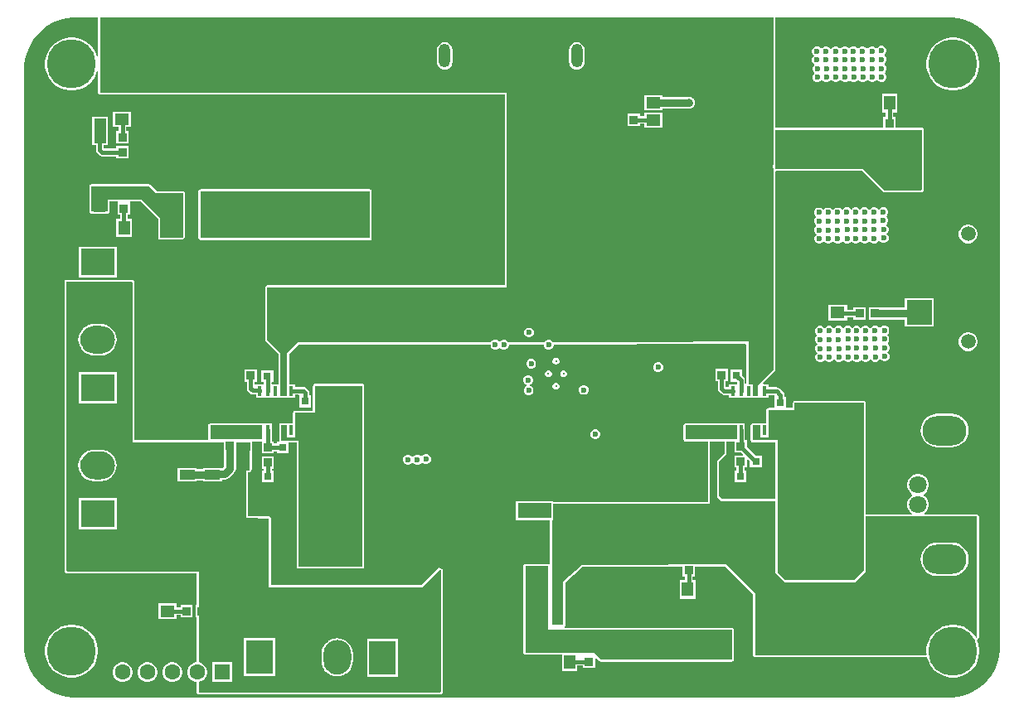
<source format=gbr>
%TF.GenerationSoftware,Altium Limited,Altium Designer,22.5.1 (42)*%
G04 Layer_Physical_Order=1*
G04 Layer_Color=255*
%FSLAX44Y44*%
%MOMM*%
%TF.SameCoordinates,B102F14A-A54C-4FC6-BF91-0F17097562DF*%
%TF.FilePolarity,Positive*%
%TF.FileFunction,Copper,L1,Top,Signal*%
%TF.Part,Single*%
G01*
G75*
%TA.AperFunction,SMDPad,CuDef*%
%ADD10R,0.8000X0.8000*%
%ADD11R,0.8500X0.8500*%
%ADD12R,0.8000X0.8000*%
G04:AMPARAMS|DCode=13|XSize=4.2mm|YSize=4.2mm|CornerRadius=0.21mm|HoleSize=0mm|Usage=FLASHONLY|Rotation=180.000|XOffset=0mm|YOffset=0mm|HoleType=Round|Shape=RoundedRectangle|*
%AMROUNDEDRECTD13*
21,1,4.2000,3.7800,0,0,180.0*
21,1,3.7800,4.2000,0,0,180.0*
1,1,0.4200,-1.8900,1.8900*
1,1,0.4200,1.8900,1.8900*
1,1,0.4200,1.8900,-1.8900*
1,1,0.4200,-1.8900,-1.8900*
%
%ADD13ROUNDEDRECTD13*%
%ADD14R,3.6000X5.3500*%
%ADD15R,1.5000X1.8500*%
%ADD16R,1.1600X1.4700*%
%ADD17R,1.4700X1.1600*%
%ADD18R,1.1000X1.5500*%
%ADD19R,1.1000X1.5500*%
%ADD20R,3.4500X1.5500*%
%ADD21R,0.4000X1.0000*%
%ADD22R,3.0000X2.6000*%
%ADD23R,1.0000X1.6000*%
G04:AMPARAMS|DCode=24|XSize=1.9mm|YSize=0.96mm|CornerRadius=0.1152mm|HoleSize=0mm|Usage=FLASHONLY|Rotation=270.000|XOffset=0mm|YOffset=0mm|HoleType=Round|Shape=RoundedRectangle|*
%AMROUNDEDRECTD24*
21,1,1.9000,0.7296,0,0,270.0*
21,1,1.6696,0.9600,0,0,270.0*
1,1,0.2304,-0.3648,-0.8348*
1,1,0.2304,-0.3648,0.8348*
1,1,0.2304,0.3648,0.8348*
1,1,0.2304,0.3648,-0.8348*
%
%ADD24ROUNDEDRECTD24*%
G04:AMPARAMS|DCode=25|XSize=6.84mm|YSize=5.63mm|CornerRadius=0.6756mm|HoleSize=0mm|Usage=FLASHONLY|Rotation=270.000|XOffset=0mm|YOffset=0mm|HoleType=Round|Shape=RoundedRectangle|*
%AMROUNDEDRECTD25*
21,1,6.8400,4.2788,0,0,270.0*
21,1,5.4888,5.6300,0,0,270.0*
1,1,1.3512,-2.1394,-2.7444*
1,1,1.3512,-2.1394,2.7444*
1,1,1.3512,2.1394,2.7444*
1,1,1.3512,2.1394,-2.7444*
%
%ADD25ROUNDEDRECTD25*%
%ADD26R,0.8500X0.8500*%
%ADD27R,1.6000X1.0000*%
%ADD28C,2.0000*%
%TA.AperFunction,Conductor*%
%ADD29C,0.8000*%
%ADD30C,0.3810*%
%TA.AperFunction,ComponentPad*%
%ADD31R,2.5500X2.5500*%
%ADD32C,2.5500*%
%ADD33C,1.5080*%
%ADD34C,0.3000*%
%ADD35O,3.5000X2.8000*%
%ADD36R,3.5000X2.8000*%
%ADD37R,2.5000X1.2000*%
%ADD38R,1.2000X2.5000*%
%ADD39C,1.6000*%
%ADD40R,1.6000X1.6000*%
%ADD41C,1.8000*%
%ADD42R,1.8000X1.8000*%
%ADD43O,4.5000X3.0000*%
%ADD44C,3.7160*%
%ADD45R,3.7160X3.7160*%
%ADD46O,1.2000X2.4000*%
%ADD47C,5.0000*%
%ADD48O,2.8000X3.5000*%
%ADD49R,2.8000X3.5000*%
%TA.AperFunction,ViaPad*%
%ADD50C,0.6000*%
%ADD51C,0.8000*%
G36*
X266500Y199631D02*
X266466Y193913D01*
X266467Y193910D01*
X266466Y193907D01*
X266500Y193734D01*
Y-8585D01*
Y-12835D01*
X250000Y-29335D01*
Y-39250D01*
X245500D01*
Y-27250D01*
X241250D01*
Y16185D01*
X126250Y15874D01*
Y15500D01*
X41626D01*
X41489Y15832D01*
X40082Y17239D01*
X38245Y18000D01*
X36255D01*
X34418Y17239D01*
X33011Y15832D01*
X32873Y15500D01*
X-3982D01*
X-4178Y15974D01*
X-5585Y17381D01*
X-7422Y18142D01*
X-9412D01*
X-11249Y17381D01*
X-11837Y16793D01*
X-12918Y16229D01*
X-13497Y16793D01*
X-14335Y17631D01*
X-16172Y18392D01*
X-18161D01*
X-19999Y17631D01*
X-21406Y16224D01*
X-21706Y15500D01*
X-219000D01*
X-229750Y4750D01*
X-229750Y-39250D01*
X-236750D01*
Y4500D01*
X-250000Y17750D01*
Y72000D01*
X-5750D01*
Y270750D01*
X-420750D01*
Y347881D01*
X-1500D01*
D01*
X266500Y347881D01*
Y199631D01*
D02*
G37*
G36*
X448641Y347881D02*
X455524Y346975D01*
X462230Y345178D01*
X468644Y342521D01*
X474657Y339050D01*
X480164Y334824D01*
X485074Y329914D01*
X489300Y324407D01*
X492771Y318394D01*
X495428Y311980D01*
X497225Y305274D01*
X498131Y298391D01*
Y294920D01*
X498131Y-294920D01*
X498131Y-298391D01*
X497225Y-305274D01*
X495428Y-311980D01*
X492771Y-318394D01*
X489300Y-324407D01*
X485074Y-329915D01*
X480164Y-334824D01*
X474657Y-339050D01*
X468644Y-342521D01*
X462230Y-345178D01*
X455524Y-346975D01*
X448641Y-347881D01*
X-448641D01*
X-455524Y-346975D01*
X-462230Y-345178D01*
X-468644Y-342521D01*
X-474657Y-339050D01*
X-480164Y-334824D01*
X-485074Y-329914D01*
X-489300Y-324407D01*
X-492771Y-318395D01*
X-495428Y-311980D01*
X-497225Y-305274D01*
X-498131Y-298391D01*
Y-294920D01*
Y294920D01*
Y298391D01*
X-497225Y305274D01*
X-495428Y311980D01*
X-492771Y318394D01*
X-489300Y324407D01*
X-485074Y329914D01*
X-480164Y334824D01*
X-474657Y339050D01*
X-468644Y342521D01*
X-462230Y345178D01*
X-455524Y346975D01*
X-448641Y347881D01*
X-445170D01*
X-422789D01*
Y307738D01*
X-424059Y307536D01*
X-424978Y310364D01*
X-426908Y314151D01*
X-429406Y317589D01*
X-432411Y320594D01*
X-435849Y323092D01*
X-439636Y325022D01*
X-443677Y326335D01*
X-447875Y327000D01*
X-452125D01*
X-456323Y326335D01*
X-460364Y325022D01*
X-464151Y323092D01*
X-467589Y320594D01*
X-470594Y317589D01*
X-473092Y314151D01*
X-475022Y310364D01*
X-476335Y306322D01*
X-477000Y302125D01*
Y297875D01*
X-476335Y293678D01*
X-475022Y289636D01*
X-473092Y285849D01*
X-470594Y282411D01*
X-467589Y279406D01*
X-464151Y276908D01*
X-460364Y274978D01*
X-456323Y273665D01*
X-452125Y273000D01*
X-447875D01*
X-443677Y273665D01*
X-439636Y274978D01*
X-435849Y276908D01*
X-432411Y279406D01*
X-429406Y282411D01*
X-426908Y285849D01*
X-424978Y289636D01*
X-424059Y292464D01*
X-422789Y292263D01*
Y270750D01*
X-422634Y269970D01*
X-422192Y269308D01*
X-421530Y268866D01*
X-420750Y268711D01*
X-7789D01*
Y74039D01*
X-250000D01*
X-250780Y73884D01*
X-251442Y73442D01*
X-251884Y72780D01*
X-252039Y72000D01*
Y17750D01*
X-251884Y16970D01*
X-251442Y16308D01*
X-238789Y3655D01*
Y-27250D01*
X-245750Y-27250D01*
X-245863Y-26027D01*
Y-25648D01*
X-244965Y-24750D01*
X-244000D01*
Y-12750D01*
X-256000D01*
Y-24750D01*
X-253827D01*
Y-27250D01*
X-261750D01*
Y-27250D01*
X-263018Y-27246D01*
Y-24750D01*
X-260750D01*
Y-12250D01*
X-273250D01*
Y-24750D01*
X-270982D01*
Y-31518D01*
X-270678Y-33042D01*
X-269815Y-34334D01*
X-267584Y-36565D01*
X-266292Y-37428D01*
X-264768Y-37731D01*
X-261750D01*
Y-41250D01*
X-253750D01*
Y-41250D01*
X-252480Y-41250D01*
X-245750Y-41250D01*
X-244480Y-41250D01*
X-236947D01*
X-236750Y-41289D01*
X-229750D01*
X-229553Y-41250D01*
X-221750D01*
Y-37899D01*
X-218168D01*
X-217250Y-38750D01*
Y-50750D01*
X-205250D01*
Y-38750D01*
X-207269D01*
Y-36150D01*
X-207572Y-34626D01*
X-208435Y-33334D01*
X-210667Y-31103D01*
X-211958Y-30240D01*
X-213482Y-29936D01*
X-221750D01*
Y-27250D01*
X-227711D01*
X-227711Y3905D01*
X-218155Y13461D01*
X-22167D01*
Y12397D01*
X-21406Y10560D01*
X-19999Y9153D01*
X-18161Y8392D01*
X-16172D01*
X-14335Y9153D01*
X-13747Y9741D01*
X-12666Y10304D01*
X-12087Y9741D01*
X-11249Y8903D01*
X-9412Y8142D01*
X-7422D01*
X-5585Y8903D01*
X-4178Y10310D01*
X-3417Y12147D01*
Y13461D01*
X32250D01*
Y12005D01*
X33011Y10168D01*
X34418Y8761D01*
X36255Y8000D01*
X38245D01*
X40082Y8761D01*
X41489Y10168D01*
X42250Y12005D01*
Y13461D01*
X126250D01*
X127030Y13616D01*
X127362Y13838D01*
X238312Y14137D01*
X239211Y13241D01*
Y-26352D01*
X238764Y-26799D01*
X237486Y-26281D01*
X237481Y-25988D01*
Y-22827D01*
X237178Y-21303D01*
X236315Y-20011D01*
X234750Y-18446D01*
Y-12500D01*
X222750D01*
Y-24500D01*
X229519D01*
Y-25988D01*
X229500Y-27250D01*
X228230Y-27250D01*
X221500D01*
Y-30268D01*
X218131D01*
X217731Y-29869D01*
Y-24250D01*
X220000D01*
Y-11750D01*
X207500D01*
Y-24250D01*
X209769D01*
Y-31518D01*
X210072Y-33042D01*
X210935Y-34334D01*
X213666Y-37065D01*
X214958Y-37928D01*
X216482Y-38231D01*
X221500D01*
Y-41250D01*
X228230D01*
X229500Y-41250D01*
X230770Y-41250D01*
X237500Y-41250D01*
X238770Y-41250D01*
X245303D01*
X245500Y-41289D01*
X250000D01*
X250197Y-41250D01*
X252230D01*
X253500Y-41250D01*
Y-41250D01*
X253500D01*
Y-41250D01*
X261500D01*
Y-38231D01*
X267688D01*
X268059Y-38730D01*
X268000Y-40000D01*
X268000D01*
Y-51461D01*
X261500D01*
X260720Y-51616D01*
X260058Y-52058D01*
X259616Y-52720D01*
X259461Y-53500D01*
Y-67250D01*
X253697D01*
X253500Y-67211D01*
X245500D01*
X244720Y-67366D01*
X244058Y-67808D01*
X243616Y-68470D01*
X243461Y-69250D01*
Y-84500D01*
X243616Y-85280D01*
X244058Y-85942D01*
X244720Y-86384D01*
X245500Y-86539D01*
X268961D01*
Y-143877D01*
X268250Y-144461D01*
X214345D01*
X211289Y-141405D01*
Y-106345D01*
X218192Y-99442D01*
X218634Y-98780D01*
X218789Y-98000D01*
Y-85789D01*
X227000D01*
Y-97000D01*
X233869D01*
X235696Y-98827D01*
X235210Y-100000D01*
X227000D01*
Y-112500D01*
X229144D01*
Y-115750D01*
X227000D01*
Y-127750D01*
X239000D01*
Y-115750D01*
X237106D01*
Y-112500D01*
X239500D01*
Y-104290D01*
X240673Y-103804D01*
X242750Y-105881D01*
Y-112500D01*
X254750D01*
Y-100500D01*
X248631D01*
X239500Y-91369D01*
Y-84500D01*
X237481D01*
Y-81250D01*
X237500D01*
Y-67250D01*
X229697D01*
X229500Y-67211D01*
X177000D01*
X176220Y-67366D01*
X175558Y-67808D01*
X175116Y-68470D01*
X174961Y-69250D01*
Y-83750D01*
X175116Y-84530D01*
X175558Y-85192D01*
X176220Y-85634D01*
X177000Y-85789D01*
X199711D01*
Y-147711D01*
X42000D01*
Y-146750D01*
X3500D01*
Y-166250D01*
X38461D01*
Y-210417D01*
X38206Y-210703D01*
X37985Y-210867D01*
X37342Y-211131D01*
X37191Y-211138D01*
X37083Y-211117D01*
X36898Y-211040D01*
X36697Y-211000D01*
X36496D01*
X36299Y-210961D01*
X13701D01*
X13504Y-211000D01*
X13303D01*
X13135Y-211033D01*
X13135D01*
X12950Y-211110D01*
X12920Y-211116D01*
X12895Y-211133D01*
X12400Y-211338D01*
X11838Y-211901D01*
X11633Y-212395D01*
X11616Y-212420D01*
X11610Y-212450D01*
X11533Y-212636D01*
Y-212636D01*
X11500Y-212803D01*
Y-213004D01*
X11461Y-213201D01*
Y-301549D01*
X11500Y-301746D01*
Y-301947D01*
X11533Y-302115D01*
Y-302115D01*
X11610Y-302300D01*
X11616Y-302330D01*
X11633Y-302355D01*
X11838Y-302850D01*
X12400Y-303412D01*
X12895Y-303617D01*
X12920Y-303634D01*
X12950Y-303640D01*
X13136Y-303717D01*
X13136D01*
X13303Y-303750D01*
X13504D01*
X13701Y-303789D01*
X50600D01*
Y-320600D01*
X66200D01*
Y-314732D01*
X72250D01*
Y-317000D01*
X84750D01*
Y-307293D01*
X85923Y-306807D01*
X89166Y-310050D01*
X89333Y-310162D01*
X89475Y-310304D01*
X89632Y-310409D01*
X89818Y-310485D01*
X89828Y-310492D01*
X89839Y-310494D01*
X90161Y-310627D01*
X90170Y-310634D01*
X90182Y-310636D01*
X90367Y-310713D01*
X90553Y-310750D01*
X90754D01*
X90951Y-310789D01*
X224049D01*
X224246Y-310750D01*
X224447D01*
X224615Y-310717D01*
X224615D01*
X224800Y-310640D01*
X224830Y-310634D01*
X224855Y-310617D01*
X225350Y-310412D01*
X225912Y-309849D01*
X226117Y-309355D01*
X226134Y-309330D01*
X226140Y-309300D01*
X226217Y-309114D01*
Y-309114D01*
X226250Y-308947D01*
Y-308746D01*
X226289Y-308549D01*
Y-278451D01*
X226250Y-278254D01*
X226250Y-278053D01*
X226213Y-277867D01*
X226136Y-277682D01*
X226134Y-277670D01*
X226127Y-277661D01*
X225909Y-277132D01*
X225817Y-276996D01*
X225817Y-276996D01*
X225255Y-276433D01*
X225118Y-276341D01*
X224589Y-276122D01*
X224580Y-276116D01*
X224568Y-276114D01*
X224383Y-276037D01*
X224197Y-276000D01*
X223996D01*
X223799Y-275961D01*
X53631D01*
X53320Y-274691D01*
X53692Y-274442D01*
X54134Y-273780D01*
X54289Y-273000D01*
Y-229654D01*
X71925Y-213664D01*
X159625D01*
X159625Y-213664D01*
X160254Y-213539D01*
X174000D01*
Y-223750D01*
X176269D01*
Y-227650D01*
X171350D01*
Y-246350D01*
X186950D01*
Y-227650D01*
X184231D01*
Y-223750D01*
X186500D01*
Y-213539D01*
X218155D01*
X245961Y-241345D01*
Y-304000D01*
X246116Y-304780D01*
X246558Y-305442D01*
X247220Y-305884D01*
X248000Y-306039D01*
X422319D01*
X422334Y-306036D01*
X422450Y-306029D01*
X422479Y-306033D01*
X423370Y-306251D01*
X423855Y-306907D01*
X424978Y-310364D01*
X426908Y-314151D01*
X429406Y-317589D01*
X432411Y-320594D01*
X435849Y-323092D01*
X439636Y-325022D01*
X443677Y-326335D01*
X447875Y-327000D01*
X452125D01*
X456323Y-326335D01*
X460364Y-325022D01*
X464151Y-323092D01*
X467589Y-320594D01*
X470594Y-317589D01*
X473092Y-314151D01*
X475022Y-310364D01*
X476335Y-306322D01*
X477000Y-302125D01*
Y-297875D01*
X476335Y-293678D01*
X475022Y-289636D01*
X474728Y-289058D01*
X474937Y-288396D01*
X475280Y-287775D01*
X475480Y-287642D01*
X475699Y-287541D01*
X475808Y-287423D01*
X475942Y-287333D01*
X476076Y-287133D01*
X476239Y-286957D01*
X476295Y-286805D01*
X476384Y-286672D01*
X476431Y-286436D01*
X476514Y-286210D01*
X476508Y-286049D01*
X476539Y-285891D01*
Y-162500D01*
X476384Y-161720D01*
X475942Y-161058D01*
X475280Y-160616D01*
X474500Y-160461D01*
X421254D01*
X420926Y-159234D01*
X421154Y-159102D01*
X423202Y-157054D01*
X424650Y-154546D01*
X425400Y-151748D01*
Y-148852D01*
X424650Y-146054D01*
X423202Y-143546D01*
X421154Y-141498D01*
X420179Y-140935D01*
Y-139665D01*
X421154Y-139102D01*
X423202Y-137054D01*
X424650Y-134546D01*
X425400Y-131748D01*
Y-128852D01*
X424650Y-126054D01*
X423202Y-123546D01*
X421154Y-121498D01*
X418646Y-120050D01*
X415848Y-119300D01*
X412952D01*
X410154Y-120050D01*
X407646Y-121498D01*
X405598Y-123546D01*
X404150Y-126054D01*
X403400Y-128852D01*
Y-131748D01*
X404150Y-134546D01*
X405598Y-137054D01*
X407646Y-139102D01*
X408621Y-139665D01*
Y-140935D01*
X407646Y-141498D01*
X405598Y-143546D01*
X404150Y-146054D01*
X403400Y-148852D01*
Y-151748D01*
X404150Y-154546D01*
X405598Y-157054D01*
X407646Y-159102D01*
X407874Y-159234D01*
X407546Y-160461D01*
X361289D01*
Y-46500D01*
X361134Y-45720D01*
X360692Y-45058D01*
X360030Y-44616D01*
X359250Y-44461D01*
X288250D01*
X287470Y-44616D01*
X286808Y-45058D01*
X286366Y-45720D01*
X286211Y-46500D01*
Y-51461D01*
X280000D01*
Y-40000D01*
X277981D01*
Y-38250D01*
X277678Y-36726D01*
X276815Y-35435D01*
X272815Y-31435D01*
X271524Y-30572D01*
X270000Y-30268D01*
X261500D01*
Y-27250D01*
X256628D01*
X256142Y-26077D01*
X267942Y-14277D01*
X268384Y-13615D01*
X268539Y-12835D01*
Y-3750D01*
X269000D01*
Y16250D01*
X268539D01*
Y189837D01*
X268613Y190027D01*
X269368Y190929D01*
X269401Y190961D01*
X357155D01*
X378558Y169558D01*
X379220Y169116D01*
X380000Y168961D01*
X417500D01*
X417500Y168961D01*
X418280Y169116D01*
X418942Y169558D01*
X418942Y169558D01*
X419942Y170558D01*
X420384Y171220D01*
X420539Y172000D01*
Y232750D01*
X420384Y233530D01*
X419942Y234192D01*
X419280Y234634D01*
X418500Y234789D01*
X391500D01*
Y245750D01*
X389231D01*
Y250650D01*
X393200D01*
Y269350D01*
X377600D01*
Y250650D01*
X381269D01*
Y245750D01*
X379000D01*
Y234789D01*
X268735D01*
X268539Y234950D01*
Y347881D01*
X445170D01*
X448641Y347881D01*
D02*
G37*
G36*
X418500Y172000D02*
X417500Y171000D01*
X380000D01*
X358000Y193000D01*
X269401D01*
X268505Y193901D01*
X268735Y232750D01*
X418500D01*
Y172000D01*
D02*
G37*
G36*
X359250Y-217500D02*
X349250Y-227500D01*
X279000D01*
X271000Y-219500D01*
Y-84500D01*
X245500D01*
Y-81250D01*
Y-69250D01*
X253500D01*
Y-81250D01*
X261500D01*
Y-69250D01*
X261500D01*
Y-53500D01*
X288250D01*
Y-46500D01*
X359250D01*
Y-217500D01*
D02*
G37*
G36*
X229500Y-81250D02*
Y-83750D01*
X177000D01*
Y-69250D01*
X229500D01*
Y-81250D01*
D02*
G37*
G36*
X216750Y-98000D02*
X209250Y-105500D01*
Y-142250D01*
X213500Y-146500D01*
X268250D01*
Y-220000D01*
X277750Y-229500D01*
X278803D01*
X279000Y-229539D01*
X349250D01*
X349447Y-229500D01*
X350250D01*
X361000Y-218750D01*
Y-218481D01*
X361134Y-218280D01*
X361289Y-217500D01*
Y-162500D01*
X474500D01*
Y-285891D01*
X473265Y-286188D01*
X473092Y-285849D01*
X470594Y-282411D01*
X467589Y-279406D01*
X464151Y-276908D01*
X460364Y-274978D01*
X456323Y-273665D01*
X452125Y-273000D01*
X447875D01*
X443677Y-273665D01*
X439636Y-274978D01*
X435849Y-276908D01*
X432411Y-279406D01*
X429406Y-282411D01*
X426908Y-285849D01*
X424978Y-289636D01*
X423665Y-293678D01*
X423000Y-297875D01*
Y-302125D01*
X423144Y-303034D01*
X422319Y-304000D01*
X248000D01*
Y-240500D01*
X219000Y-211500D01*
X186500D01*
Y-211250D01*
X174000D01*
Y-211500D01*
X159750D01*
X159625Y-211625D01*
X71125D01*
X71000Y-211750D01*
X52250Y-228750D01*
Y-273000D01*
X40500D01*
Y-166250D01*
X42000D01*
Y-149750D01*
X201250D01*
X201750Y-149250D01*
Y-85789D01*
X216750D01*
Y-98000D01*
D02*
G37*
G36*
X36500Y-213040D02*
Y-278000D01*
X223799D01*
X223985Y-278037D01*
X224122Y-278128D01*
X224213Y-278265D01*
X224250Y-278451D01*
Y-308549D01*
X224217Y-308717D01*
X224049Y-308750D01*
X90951D01*
X90765Y-308713D01*
X90608Y-308608D01*
X83750Y-301750D01*
X13701D01*
X13533Y-301717D01*
X13500Y-301549D01*
Y-213201D01*
X13533Y-213033D01*
X13701Y-213000D01*
X36299D01*
X36500Y-213040D01*
D02*
G37*
%LPC*%
G36*
X66000Y322319D02*
X63912Y322044D01*
X61965Y321238D01*
X60294Y319956D01*
X59012Y318284D01*
X58206Y316338D01*
X57931Y314250D01*
Y302250D01*
X58206Y300162D01*
X59012Y298216D01*
X60294Y296544D01*
X61965Y295262D01*
X63912Y294456D01*
X66000Y294181D01*
X68088Y294456D01*
X70034Y295262D01*
X71706Y296544D01*
X72988Y298216D01*
X73794Y300162D01*
X74069Y302250D01*
Y314250D01*
X73794Y316338D01*
X72988Y318284D01*
X71706Y319956D01*
X70034Y321238D01*
X68088Y322044D01*
X66000Y322319D01*
D02*
G37*
G36*
X-69000D02*
X-71088Y322044D01*
X-73035Y321238D01*
X-74706Y319956D01*
X-75988Y318284D01*
X-76794Y316338D01*
X-77069Y314250D01*
Y302250D01*
X-76794Y300162D01*
X-75988Y298216D01*
X-74706Y296544D01*
X-73035Y295262D01*
X-71088Y294456D01*
X-69000Y294181D01*
X-66912Y294456D01*
X-64966Y295262D01*
X-63294Y296544D01*
X-62012Y298216D01*
X-61206Y300162D01*
X-60931Y302250D01*
Y314250D01*
X-61206Y316338D01*
X-62012Y318284D01*
X-63294Y319956D01*
X-64966Y321238D01*
X-66912Y322044D01*
X-69000Y322319D01*
D02*
G37*
G36*
X153100Y268200D02*
X134400D01*
Y252600D01*
X153100D01*
Y254282D01*
X179478D01*
X179557Y254250D01*
X181943D01*
X184149Y255163D01*
X185837Y256851D01*
X186750Y259056D01*
Y261444D01*
X186288Y262558D01*
X186252Y262741D01*
X186148Y262896D01*
X185837Y263649D01*
X185261Y264225D01*
X184926Y264726D01*
X184425Y265061D01*
X184149Y265337D01*
X183788Y265486D01*
X182941Y266052D01*
X180600Y266518D01*
X153100D01*
Y268200D01*
D02*
G37*
G36*
Y250400D02*
X134400D01*
Y246982D01*
X130250D01*
Y249250D01*
X117750D01*
Y236750D01*
X130250D01*
Y239018D01*
X134400D01*
Y234800D01*
X153100D01*
Y250400D01*
D02*
G37*
G36*
X17995Y30500D02*
X16005D01*
X14168Y29739D01*
X12761Y28332D01*
X12000Y26495D01*
Y24505D01*
X12761Y22668D01*
X14168Y21261D01*
X16005Y20500D01*
X17995D01*
X19832Y21261D01*
X21239Y22668D01*
X22000Y24505D01*
Y26495D01*
X21239Y28332D01*
X19832Y29739D01*
X17995Y30500D01*
D02*
G37*
G36*
X377995Y318500D02*
X376006D01*
X374168Y317739D01*
X372937Y316508D01*
X372484Y316347D01*
X371417Y316404D01*
X370332Y317489D01*
X368495Y318250D01*
X366506D01*
X364668Y317489D01*
X363261Y316082D01*
X363260Y316079D01*
X361990D01*
X361989Y316082D01*
X360582Y317489D01*
X358745Y318250D01*
X356755D01*
X354918Y317489D01*
X353937Y316508D01*
X353125Y316220D01*
X352313Y316508D01*
X351332Y317489D01*
X349495Y318250D01*
X347505D01*
X345668Y317489D01*
X344955Y316776D01*
X344125Y316180D01*
X343295Y316776D01*
X342582Y317489D01*
X340745Y318250D01*
X338755D01*
X336918Y317489D01*
X335687Y316258D01*
X335234Y316097D01*
X334166Y316155D01*
X333082Y317239D01*
X331245Y318000D01*
X329255D01*
X327418Y317239D01*
X326011Y315832D01*
X326010Y315829D01*
X324740D01*
X324739Y315832D01*
X323332Y317239D01*
X321495Y318000D01*
X319506D01*
X317668Y317239D01*
X316687Y316258D01*
X315875Y315970D01*
X315063Y316258D01*
X314082Y317239D01*
X312245Y318000D01*
X310255D01*
X308418Y317239D01*
X307011Y315832D01*
X306250Y313995D01*
Y312005D01*
X307011Y310168D01*
X307724Y309455D01*
X308320Y308625D01*
X307724Y307795D01*
X307011Y307082D01*
X306250Y305245D01*
Y303255D01*
X307011Y301418D01*
X308099Y300330D01*
X308376Y299799D01*
X308169Y298740D01*
X307261Y297832D01*
X306500Y295994D01*
Y294005D01*
X307261Y292168D01*
X307974Y291455D01*
X308570Y290625D01*
X307974Y289795D01*
X307261Y289082D01*
X306500Y287244D01*
Y285255D01*
X307261Y283418D01*
X308668Y282011D01*
X310505Y281250D01*
X312495D01*
X314332Y282011D01*
X315313Y282992D01*
X316125Y283280D01*
X316937Y282992D01*
X317918Y282011D01*
X319755Y281250D01*
X321745D01*
X323582Y282011D01*
X324989Y283418D01*
X324990Y283421D01*
X326260D01*
X326261Y283418D01*
X327668Y282011D01*
X329506Y281250D01*
X331495D01*
X333332Y282011D01*
X334563Y283242D01*
X335016Y283403D01*
X336083Y283345D01*
X337168Y282261D01*
X339006Y281500D01*
X340995D01*
X342832Y282261D01*
X343545Y282974D01*
X344375Y283570D01*
X345205Y282974D01*
X345918Y282261D01*
X347756Y281500D01*
X349745D01*
X351582Y282261D01*
X352563Y283242D01*
X353375Y283530D01*
X354187Y283242D01*
X355168Y282261D01*
X357006Y281500D01*
X358995D01*
X360832Y282261D01*
X362239Y283668D01*
X362240Y283671D01*
X363510D01*
X363511Y283668D01*
X364918Y282261D01*
X366755Y281500D01*
X368745D01*
X370582Y282261D01*
X371813Y283492D01*
X372266Y283653D01*
X373334Y283595D01*
X374418Y282511D01*
X376255Y281750D01*
X378245D01*
X380082Y282511D01*
X381489Y283918D01*
X382250Y285755D01*
Y287745D01*
X381489Y289582D01*
X380776Y290295D01*
X380180Y291125D01*
X380776Y291955D01*
X381489Y292668D01*
X382250Y294505D01*
Y296495D01*
X381489Y298332D01*
X380401Y299420D01*
X380124Y299951D01*
X380331Y301010D01*
X381239Y301918D01*
X382000Y303755D01*
Y305744D01*
X381239Y307582D01*
X380526Y308295D01*
X379930Y309125D01*
X380526Y309955D01*
X381239Y310668D01*
X382000Y312505D01*
Y314494D01*
X381239Y316332D01*
X379832Y317739D01*
X377995Y318500D01*
D02*
G37*
G36*
X452125Y327000D02*
X447875D01*
X443677Y326335D01*
X439636Y325022D01*
X435849Y323092D01*
X432411Y320594D01*
X429406Y317589D01*
X426908Y314151D01*
X424978Y310364D01*
X423665Y306322D01*
X423000Y302125D01*
Y297875D01*
X423665Y293678D01*
X424978Y289636D01*
X426908Y285849D01*
X429406Y282411D01*
X432411Y279406D01*
X435849Y276908D01*
X439636Y274978D01*
X443677Y273665D01*
X447875Y273000D01*
X452125D01*
X456323Y273665D01*
X460364Y274978D01*
X464151Y276908D01*
X467589Y279406D01*
X470594Y282411D01*
X473092Y285849D01*
X475022Y289636D01*
X476335Y293678D01*
X477000Y297875D01*
Y302125D01*
X476335Y306322D01*
X475022Y310364D01*
X473092Y314151D01*
X470594Y317589D01*
X467589Y320594D01*
X464151Y323092D01*
X460364Y325022D01*
X456323Y326335D01*
X452125Y327000D01*
D02*
G37*
G36*
X-388900Y251150D02*
X-407600D01*
Y235550D01*
X-401982D01*
Y231500D01*
X-404250D01*
Y219000D01*
X-391750D01*
Y231500D01*
X-394019D01*
Y235550D01*
X-388900D01*
Y251150D01*
D02*
G37*
G36*
X-413000Y246250D02*
X-429000D01*
Y217250D01*
X-425232D01*
Y211982D01*
X-424928Y210458D01*
X-424065Y209167D01*
X-421833Y206935D01*
X-420542Y206072D01*
X-419018Y205769D01*
X-404250D01*
Y203500D01*
X-391750D01*
Y216000D01*
X-404250D01*
Y213731D01*
X-417268D01*
Y217250D01*
X-413000D01*
Y246250D01*
D02*
G37*
G36*
X379995Y153750D02*
X378005D01*
X376168Y152989D01*
X374937Y151758D01*
X374484Y151597D01*
X373416Y151655D01*
X372332Y152739D01*
X370495Y153500D01*
X368505D01*
X366668Y152739D01*
X365261Y151332D01*
X365260Y151329D01*
X363990D01*
X363989Y151332D01*
X362582Y152739D01*
X360745Y153500D01*
X358755D01*
X356918Y152739D01*
X355937Y151758D01*
X355125Y151469D01*
X354313Y151758D01*
X353332Y152739D01*
X351494Y153500D01*
X349505D01*
X347668Y152739D01*
X346955Y152026D01*
X346125Y151430D01*
X345295Y152026D01*
X344582Y152739D01*
X342745Y153500D01*
X340755D01*
X338918Y152739D01*
X337687Y151508D01*
X337234Y151347D01*
X336166Y151405D01*
X335082Y152489D01*
X333245Y153250D01*
X331255D01*
X329418Y152489D01*
X328011Y151082D01*
X328010Y151079D01*
X326740D01*
X326739Y151082D01*
X325332Y152489D01*
X323495Y153250D01*
X321505D01*
X319668Y152489D01*
X318687Y151508D01*
X317875Y151220D01*
X317063Y151508D01*
X316082Y152489D01*
X314244Y153250D01*
X312255D01*
X310418Y152489D01*
X309011Y151082D01*
X308250Y149245D01*
Y147255D01*
X309011Y145418D01*
X309724Y144705D01*
X310320Y143875D01*
X309724Y143045D01*
X309011Y142332D01*
X308250Y140495D01*
Y138505D01*
X309011Y136668D01*
X310099Y135580D01*
X310376Y135049D01*
X310169Y133990D01*
X309261Y133082D01*
X308500Y131244D01*
Y129255D01*
X309261Y127418D01*
X309974Y126705D01*
X310570Y125875D01*
X309974Y125045D01*
X309261Y124332D01*
X308500Y122494D01*
Y120505D01*
X309261Y118668D01*
X310668Y117261D01*
X312505Y116500D01*
X314494D01*
X316332Y117261D01*
X317313Y118242D01*
X318125Y118530D01*
X318937Y118242D01*
X319918Y117261D01*
X321755Y116500D01*
X323745D01*
X325582Y117261D01*
X326989Y118668D01*
X326990Y118671D01*
X328260D01*
X328261Y118668D01*
X329668Y117261D01*
X331505Y116500D01*
X333495D01*
X335332Y117261D01*
X336563Y118492D01*
X337016Y118653D01*
X338083Y118595D01*
X339168Y117511D01*
X341005Y116750D01*
X342995D01*
X344832Y117511D01*
X345545Y118224D01*
X346375Y118820D01*
X347205Y118224D01*
X347918Y117511D01*
X349755Y116750D01*
X351745D01*
X353582Y117511D01*
X354563Y118492D01*
X355375Y118780D01*
X356187Y118492D01*
X357168Y117511D01*
X359006Y116750D01*
X360995D01*
X362832Y117511D01*
X364239Y118918D01*
X364240Y118921D01*
X365510D01*
X365511Y118918D01*
X366918Y117511D01*
X368755Y116750D01*
X370745D01*
X372582Y117511D01*
X373813Y118742D01*
X374266Y118903D01*
X375334Y118845D01*
X376418Y117761D01*
X378256Y117000D01*
X380245D01*
X382082Y117761D01*
X383489Y119168D01*
X384250Y121005D01*
Y122994D01*
X383489Y124832D01*
X382776Y125545D01*
X382180Y126375D01*
X382776Y127205D01*
X383489Y127918D01*
X384250Y129755D01*
Y131744D01*
X383489Y133582D01*
X382401Y134670D01*
X382124Y135202D01*
X382331Y136260D01*
X383239Y137168D01*
X384000Y139005D01*
Y140995D01*
X383239Y142832D01*
X382526Y143545D01*
X381930Y144375D01*
X382526Y145205D01*
X383239Y145918D01*
X384000Y147755D01*
Y149745D01*
X383239Y151582D01*
X381832Y152989D01*
X379995Y153750D01*
D02*
G37*
G36*
X-370750Y177039D02*
X-429750D01*
X-430530Y176884D01*
X-431192Y176442D01*
X-431634Y175780D01*
X-431789Y175000D01*
Y149354D01*
X-431634Y148573D01*
X-431192Y147912D01*
X-430530Y147470D01*
X-430280Y147366D01*
X-429750Y147261D01*
Y147000D01*
X-413750D01*
Y147211D01*
X-413250D01*
X-412470Y147366D01*
X-411808Y147808D01*
X-411366Y148470D01*
X-411211Y149250D01*
Y159461D01*
X-402893D01*
X-402750Y158250D01*
X-402750Y158191D01*
Y145750D01*
X-400481D01*
Y141600D01*
X-404200D01*
Y122900D01*
X-388600D01*
Y141600D01*
X-392519D01*
Y145750D01*
X-390250D01*
Y158191D01*
X-390250Y158250D01*
X-390107Y159461D01*
X-379095D01*
X-361539Y141905D01*
Y122750D01*
X-361384Y121970D01*
X-360942Y121308D01*
X-360280Y120866D01*
X-359500Y120711D01*
X-337000D01*
X-337000Y120711D01*
X-336220Y120866D01*
X-335558Y121308D01*
X-334808Y122058D01*
X-334366Y122720D01*
X-334211Y123500D01*
Y168000D01*
X-334366Y168780D01*
X-334808Y169442D01*
X-335470Y169884D01*
X-336250Y170039D01*
X-362905D01*
X-369308Y176442D01*
X-369970Y176884D01*
X-370750Y177039D01*
D02*
G37*
G36*
X-145500Y172039D02*
X-318500D01*
X-319280Y171884D01*
X-319942Y171442D01*
X-320384Y170780D01*
X-320539Y170000D01*
Y123063D01*
X-320530Y123015D01*
X-320537Y122967D01*
X-320452Y122627D01*
X-320384Y122283D01*
X-320357Y122242D01*
X-320345Y122195D01*
X-319845Y121132D01*
X-319637Y120850D01*
X-319442Y120558D01*
X-319401Y120531D01*
X-319373Y120492D01*
X-319072Y120311D01*
X-318780Y120116D01*
X-318733Y120106D01*
X-318691Y120081D01*
X-318344Y120029D01*
X-318000Y119961D01*
X-145500D01*
X-144720Y120116D01*
X-144058Y120558D01*
X-143616Y121220D01*
X-143461Y122000D01*
Y170000D01*
X-143616Y170780D01*
X-144058Y171442D01*
X-144720Y171884D01*
X-145500Y172039D01*
D02*
G37*
G36*
X466756Y135790D02*
X464244D01*
X461818Y135140D01*
X459642Y133884D01*
X457866Y132108D01*
X456610Y129932D01*
X455960Y127506D01*
Y124994D01*
X456610Y122568D01*
X457866Y120392D01*
X459642Y118616D01*
X461818Y117360D01*
X464244Y116710D01*
X466756D01*
X469182Y117360D01*
X471358Y118616D01*
X473134Y120392D01*
X474390Y122568D01*
X475040Y124994D01*
Y127506D01*
X474390Y129932D01*
X473134Y132108D01*
X471358Y133884D01*
X469182Y135140D01*
X466756Y135790D01*
D02*
G37*
G36*
X-404000Y113500D02*
X-443000D01*
Y81500D01*
X-404000D01*
Y113500D01*
D02*
G37*
G36*
X-388800Y79539D02*
X-455049Y79539D01*
X-455246Y79500D01*
X-455446Y79500D01*
X-455632Y79423D01*
X-455830Y79384D01*
X-455854Y79367D01*
X-455855Y79367D01*
X-455967Y79321D01*
X-456109Y79226D01*
X-456181Y79196D01*
X-456207Y79179D01*
X-456262Y79123D01*
X-456629Y78879D01*
X-456873Y78513D01*
X-456929Y78457D01*
X-456945Y78432D01*
X-456958Y78403D01*
X-456980Y78379D01*
X-457003Y78319D01*
X-457071Y78217D01*
X-457117Y78105D01*
X-457117Y78105D01*
X-457134Y78080D01*
X-457173Y77883D01*
X-457250Y77697D01*
Y77665D01*
X-457261Y77635D01*
X-457261Y77634D01*
X-457256Y77465D01*
X-457289Y77299D01*
Y-217098D01*
Y-217299D01*
X-457250Y-217496D01*
Y-217697D01*
X-457173Y-218083D01*
X-457096Y-218269D01*
X-457057Y-218466D01*
X-456796Y-219095D01*
X-456685Y-219261D01*
X-456609Y-219447D01*
X-456466Y-219589D01*
X-456354Y-219757D01*
X-456338Y-219768D01*
X-456338Y-219768D01*
X-456232Y-219874D01*
X-456082Y-219974D01*
X-456046Y-220010D01*
X-456030Y-220021D01*
X-455982Y-220040D01*
X-455820Y-220149D01*
X-455784Y-220185D01*
X-455767Y-220196D01*
X-455720Y-220215D01*
X-455570Y-220315D01*
X-455432Y-220373D01*
X-455415Y-220384D01*
X-455218Y-220423D01*
X-455032Y-220500D01*
X-454904Y-220500D01*
X-454780Y-220534D01*
X-454707Y-220525D01*
X-454635Y-220539D01*
X-322289D01*
Y-253000D01*
X-323250D01*
Y-265500D01*
X-322289D01*
Y-270750D01*
Y-311500D01*
X-322916D01*
X-325460Y-312181D01*
X-327740Y-313498D01*
X-329602Y-315360D01*
X-330919Y-317640D01*
X-331600Y-320183D01*
Y-322817D01*
X-330919Y-325360D01*
X-329602Y-327640D01*
X-327740Y-329502D01*
X-325460Y-330818D01*
X-322916Y-331500D01*
X-322289D01*
X-322289Y-341799D01*
X-322250Y-341996D01*
X-322250Y-342196D01*
X-322173Y-342382D01*
X-322134Y-342580D01*
X-322117Y-342604D01*
X-322117Y-342605D01*
X-322071Y-342717D01*
X-321976Y-342859D01*
X-321946Y-342932D01*
X-321929Y-342957D01*
X-321873Y-343012D01*
X-321629Y-343379D01*
X-321263Y-343623D01*
X-321208Y-343679D01*
X-321182Y-343695D01*
X-321152Y-343708D01*
X-321129Y-343730D01*
X-321069Y-343753D01*
X-320967Y-343821D01*
X-320855Y-343867D01*
X-320855Y-343867D01*
X-320830Y-343884D01*
X-320633Y-343923D01*
X-320447Y-344000D01*
X-320415D01*
X-320385Y-344011D01*
X-320384Y-344011D01*
X-320215Y-344006D01*
X-320049Y-344039D01*
X-73402D01*
X-73402Y-344039D01*
X-73401Y-344039D01*
X-73200Y-344039D01*
X-73004Y-344000D01*
X-72804Y-344000D01*
X-72618Y-343923D01*
X-72420Y-343884D01*
X-72395Y-343867D01*
X-72283Y-343821D01*
X-72141Y-343726D01*
X-72069Y-343696D01*
X-72043Y-343679D01*
X-71988Y-343623D01*
X-71621Y-343379D01*
X-71377Y-343013D01*
X-71321Y-342957D01*
X-71305Y-342932D01*
X-71292Y-342902D01*
X-71270Y-342879D01*
X-71247Y-342819D01*
X-71179Y-342717D01*
X-71133Y-342605D01*
X-71133Y-342605D01*
X-71116Y-342579D01*
X-71077Y-342383D01*
X-71000Y-342197D01*
Y-342165D01*
X-70989Y-342135D01*
X-70989Y-342134D01*
X-70994Y-341965D01*
X-70961Y-341799D01*
Y-217501D01*
X-70990Y-217353D01*
X-70983Y-217201D01*
X-71067Y-216966D01*
X-71116Y-216721D01*
X-71200Y-216595D01*
X-71251Y-216452D01*
X-71419Y-216267D01*
X-71558Y-216059D01*
X-71684Y-215975D01*
X-71786Y-215863D01*
X-72420Y-215393D01*
X-72511Y-215350D01*
X-72586Y-215282D01*
X-72868Y-215181D01*
X-73139Y-215053D01*
X-73240Y-215048D01*
X-73335Y-215014D01*
X-74116Y-214898D01*
X-74267Y-214905D01*
X-74415Y-214876D01*
X-74661Y-214925D01*
X-74910Y-214937D01*
X-75047Y-215002D01*
X-75195Y-215031D01*
X-75403Y-215170D01*
X-75630Y-215277D01*
X-75731Y-215389D01*
X-75857Y-215473D01*
X-79994Y-219610D01*
X-79994Y-219610D01*
X-92845Y-232461D01*
X-246461D01*
X-246461Y-164451D01*
X-246500Y-164254D01*
X-246500Y-164054D01*
X-246577Y-163868D01*
X-246616Y-163670D01*
X-246633Y-163645D01*
X-246633Y-163645D01*
X-246679Y-163533D01*
X-246774Y-163391D01*
X-246804Y-163318D01*
X-246821Y-163293D01*
X-246877Y-163238D01*
X-247121Y-162871D01*
X-247487Y-162627D01*
X-247542Y-162571D01*
X-247568Y-162555D01*
X-247598Y-162542D01*
X-247621Y-162520D01*
X-247681Y-162497D01*
X-247783Y-162429D01*
X-247895Y-162383D01*
X-247895Y-162383D01*
X-247920Y-162366D01*
X-248117Y-162327D01*
X-248303Y-162250D01*
X-248335D01*
X-248365Y-162239D01*
X-248366Y-162239D01*
X-248535Y-162244D01*
X-248701Y-162211D01*
X-259137D01*
X-260600Y-161920D01*
X-269961D01*
Y-127263D01*
Y-118796D01*
X-269616Y-118280D01*
X-269469Y-117539D01*
X-269250D01*
X-268470Y-117384D01*
X-267808Y-116942D01*
X-266558Y-115692D01*
X-266116Y-115030D01*
X-265961Y-114250D01*
Y-97000D01*
X-265750D01*
Y-85789D01*
X-255750D01*
Y-98000D01*
X-243250D01*
Y-95731D01*
X-240250D01*
Y-97750D01*
X-228250D01*
Y-87039D01*
X-220289D01*
Y-213750D01*
X-220134Y-214530D01*
X-219692Y-215192D01*
X-219030Y-215634D01*
X-218250Y-215789D01*
X-153500D01*
X-153500Y-215789D01*
X-152720Y-215634D01*
X-152058Y-215192D01*
X-151558Y-214692D01*
X-151116Y-214030D01*
X-150961Y-213250D01*
Y-28750D01*
X-151116Y-27970D01*
X-151558Y-27308D01*
X-152220Y-26866D01*
X-153000Y-26711D01*
X-201500D01*
X-202280Y-26866D01*
X-202942Y-27308D01*
X-203384Y-27970D01*
X-203539Y-28750D01*
Y-54211D01*
X-221750D01*
X-222530Y-54366D01*
X-223192Y-54808D01*
X-223634Y-55470D01*
X-223789Y-56250D01*
X-223789Y-67250D01*
X-229553D01*
X-229750Y-67211D01*
X-236000D01*
X-236197Y-67250D01*
X-237750D01*
Y-68269D01*
X-237884Y-68470D01*
X-238039Y-69250D01*
Y-85000D01*
X-238655Y-85750D01*
X-240250D01*
Y-87768D01*
X-243250D01*
Y-85500D01*
X-245518D01*
Y-77500D01*
X-245750Y-76336D01*
Y-67250D01*
X-253750D01*
X-253750Y-67250D01*
X-255553Y-67250D01*
X-255750Y-67211D01*
X-308250D01*
X-309030Y-67366D01*
X-309692Y-67808D01*
X-310134Y-68470D01*
X-310289Y-69250D01*
Y-83750D01*
X-310873Y-84461D01*
X-384822D01*
X-385720Y-83562D01*
X-385711Y-78003D01*
X-385463Y76197D01*
X-385463Y76198D01*
X-385463Y76198D01*
X-385463Y76398D01*
X-385497Y76571D01*
Y76572D01*
X-385497Y76572D01*
X-385497Y76573D01*
X-385502Y76595D01*
X-385501Y76795D01*
X-385578Y76981D01*
X-385617Y77178D01*
X-385624Y77188D01*
X-385624Y77189D01*
X-385687Y77343D01*
X-385687Y77343D01*
X-385756Y77509D01*
X-385756Y77510D01*
X-385759Y77522D01*
X-385870Y77689D01*
X-385947Y77874D01*
X-386088Y78016D01*
X-386088Y78016D01*
X-386089Y78017D01*
X-386200Y78184D01*
X-386341Y78325D01*
X-386342Y78326D01*
X-386673Y78657D01*
X-386673Y78658D01*
X-386814Y78799D01*
X-386982Y78911D01*
X-387124Y79054D01*
X-387309Y79130D01*
X-387476Y79241D01*
X-387487Y79244D01*
X-387488Y79244D01*
X-387672Y79320D01*
X-387808Y79377D01*
X-387809Y79377D01*
X-387819Y79384D01*
X-388015Y79423D01*
X-388036Y79432D01*
X-388043Y79435D01*
X-388043Y79435D01*
X-388200Y79500D01*
X-388401Y79500D01*
X-388599Y79539D01*
X-388799D01*
X-388800Y79539D01*
D02*
G37*
G36*
X430250Y61000D02*
X400750D01*
Y51118D01*
X376500D01*
Y51250D01*
X364000D01*
Y38750D01*
X376500D01*
Y38883D01*
X400750D01*
Y31500D01*
X430250D01*
Y61000D01*
D02*
G37*
G36*
X341850Y53650D02*
X323150D01*
Y38050D01*
X341850D01*
Y41019D01*
X348500D01*
Y38750D01*
X361000D01*
Y51250D01*
X348500D01*
Y48981D01*
X341850D01*
Y53650D01*
D02*
G37*
G36*
X380995Y32750D02*
X379006D01*
X377168Y31989D01*
X375937Y30758D01*
X375484Y30597D01*
X374417Y30654D01*
X373332Y31739D01*
X371495Y32500D01*
X369506D01*
X367668Y31739D01*
X366261Y30332D01*
X366260Y30329D01*
X364990D01*
X364989Y30332D01*
X363582Y31739D01*
X361745Y32500D01*
X359756D01*
X357918Y31739D01*
X356937Y30758D01*
X356125Y30470D01*
X355313Y30758D01*
X354332Y31739D01*
X352495Y32500D01*
X350505D01*
X348668Y31739D01*
X347955Y31026D01*
X347125Y30430D01*
X346295Y31026D01*
X345582Y31739D01*
X343745Y32500D01*
X341755D01*
X339918Y31739D01*
X338687Y30508D01*
X338234Y30347D01*
X337166Y30405D01*
X336082Y31489D01*
X334245Y32250D01*
X332255D01*
X330418Y31489D01*
X329011Y30082D01*
X329010Y30079D01*
X327740D01*
X327739Y30082D01*
X326332Y31489D01*
X324495Y32250D01*
X322505D01*
X320668Y31489D01*
X319687Y30508D01*
X318875Y30220D01*
X318063Y30508D01*
X317082Y31489D01*
X315245Y32250D01*
X313255D01*
X311418Y31489D01*
X310011Y30082D01*
X309250Y28245D01*
Y26255D01*
X310011Y24418D01*
X310724Y23705D01*
X311320Y22875D01*
X310724Y22045D01*
X310011Y21332D01*
X309250Y19495D01*
Y17505D01*
X310011Y15668D01*
X311099Y14580D01*
X311376Y14049D01*
X311169Y12990D01*
X310261Y12082D01*
X309500Y10244D01*
Y8255D01*
X310261Y6418D01*
X310974Y5705D01*
X311570Y4875D01*
X310974Y4045D01*
X310261Y3332D01*
X309500Y1495D01*
Y-495D01*
X310261Y-2332D01*
X311668Y-3739D01*
X313505Y-4500D01*
X315495D01*
X317332Y-3739D01*
X318313Y-2758D01*
X319125Y-2470D01*
X319937Y-2758D01*
X320918Y-3739D01*
X322756Y-4500D01*
X324745D01*
X326582Y-3739D01*
X327989Y-2332D01*
X327990Y-2329D01*
X329260D01*
X329261Y-2332D01*
X330668Y-3739D01*
X332505Y-4500D01*
X334495D01*
X336332Y-3739D01*
X337563Y-2508D01*
X338016Y-2347D01*
X339084Y-2405D01*
X340168Y-3489D01*
X342006Y-4250D01*
X343995D01*
X345832Y-3489D01*
X346545Y-2776D01*
X347375Y-2180D01*
X348205Y-2776D01*
X348918Y-3489D01*
X350756Y-4250D01*
X352745D01*
X354582Y-3489D01*
X355563Y-2508D01*
X356375Y-2220D01*
X357187Y-2508D01*
X358168Y-3489D01*
X360005Y-4250D01*
X361995D01*
X363832Y-3489D01*
X365239Y-2082D01*
X365240Y-2079D01*
X366510D01*
X366511Y-2082D01*
X367918Y-3489D01*
X369756Y-4250D01*
X371745D01*
X373582Y-3489D01*
X374813Y-2258D01*
X375266Y-2097D01*
X376334Y-2155D01*
X377418Y-3239D01*
X379255Y-4000D01*
X381245D01*
X383082Y-3239D01*
X384489Y-1832D01*
X385250Y5D01*
Y1995D01*
X384489Y3832D01*
X383776Y4545D01*
X383180Y5375D01*
X383776Y6205D01*
X384489Y6918D01*
X385250Y8755D01*
Y10745D01*
X384489Y12582D01*
X383401Y13670D01*
X383124Y14201D01*
X383331Y15260D01*
X384239Y16168D01*
X385000Y18005D01*
Y19994D01*
X384239Y21832D01*
X383526Y22545D01*
X382930Y23375D01*
X383526Y24205D01*
X384239Y24918D01*
X385000Y26755D01*
Y28744D01*
X384239Y30582D01*
X382832Y31989D01*
X380995Y32750D01*
D02*
G37*
G36*
X466756Y25790D02*
X464244D01*
X461818Y25140D01*
X459642Y23884D01*
X457866Y22108D01*
X456610Y19932D01*
X455960Y17506D01*
Y14994D01*
X456610Y12568D01*
X457866Y10392D01*
X459642Y8616D01*
X461818Y7360D01*
X464244Y6710D01*
X466756D01*
X469182Y7360D01*
X471358Y8616D01*
X473134Y10392D01*
X474390Y12568D01*
X475040Y14994D01*
Y17506D01*
X474390Y19932D01*
X473134Y22108D01*
X471358Y23884D01*
X469182Y25140D01*
X466756Y25790D01*
D02*
G37*
G36*
X45446Y-250D02*
X44054D01*
X42767Y-783D01*
X41783Y-1767D01*
X41250Y-3054D01*
Y-4446D01*
X41783Y-5733D01*
X42767Y-6717D01*
X44054Y-7250D01*
X45446D01*
X46733Y-6717D01*
X47717Y-5733D01*
X48250Y-4446D01*
Y-3054D01*
X47717Y-1767D01*
X46733Y-783D01*
X45446Y-250D01*
D02*
G37*
G36*
X20290Y-1366D02*
X18301D01*
X16463Y-2127D01*
X15057Y-3534D01*
X14296Y-5371D01*
Y-7361D01*
X15057Y-9198D01*
X16463Y-10605D01*
X18301Y-11366D01*
X20290D01*
X22128Y-10605D01*
X23535Y-9198D01*
X24296Y-7361D01*
Y-5371D01*
X23535Y-3534D01*
X22128Y-2127D01*
X20290Y-1366D01*
D02*
G37*
G36*
X149995Y-5000D02*
X148005D01*
X146168Y-5761D01*
X144761Y-7168D01*
X144000Y-9005D01*
Y-10995D01*
X144761Y-12832D01*
X146168Y-14239D01*
X148005Y-15000D01*
X149995D01*
X151832Y-14239D01*
X153239Y-12832D01*
X154000Y-10995D01*
Y-9005D01*
X153239Y-7168D01*
X151832Y-5761D01*
X149995Y-5000D01*
D02*
G37*
G36*
X53196Y-13000D02*
X51804D01*
X50517Y-13533D01*
X49533Y-14517D01*
X49000Y-15804D01*
Y-17196D01*
X49533Y-18483D01*
X50517Y-19467D01*
X51804Y-20000D01*
X53196D01*
X54483Y-19467D01*
X55467Y-18483D01*
X56000Y-17196D01*
Y-15804D01*
X55467Y-14517D01*
X54483Y-13533D01*
X53196Y-13000D01*
D02*
G37*
G36*
X37696D02*
X36304D01*
X35017Y-13533D01*
X34033Y-14517D01*
X33500Y-15804D01*
Y-17196D01*
X34033Y-18483D01*
X35017Y-19467D01*
X36304Y-20000D01*
X37696D01*
X38983Y-19467D01*
X39967Y-18483D01*
X40500Y-17196D01*
Y-15804D01*
X39967Y-14517D01*
X38983Y-13533D01*
X37696Y-13000D01*
D02*
G37*
G36*
X45446Y-25750D02*
X44054D01*
X42767Y-26283D01*
X41783Y-27267D01*
X41250Y-28554D01*
Y-29946D01*
X41783Y-31233D01*
X42767Y-32217D01*
X44054Y-32750D01*
X45446D01*
X46733Y-32217D01*
X47717Y-31233D01*
X48250Y-29946D01*
Y-28554D01*
X47717Y-27267D01*
X46733Y-26283D01*
X45446Y-25750D01*
D02*
G37*
G36*
X73995Y-28000D02*
X72005D01*
X70168Y-28761D01*
X68761Y-30168D01*
X68000Y-32005D01*
Y-33995D01*
X68761Y-35832D01*
X70168Y-37239D01*
X72005Y-38000D01*
X73995D01*
X75832Y-37239D01*
X77239Y-35832D01*
X78000Y-33995D01*
Y-32005D01*
X77239Y-30168D01*
X75832Y-28761D01*
X73995Y-28000D01*
D02*
G37*
G36*
X17188Y-18043D02*
X15199D01*
X13362Y-18804D01*
X11955Y-20210D01*
X11194Y-22048D01*
Y-24037D01*
X11955Y-25875D01*
X13362Y-27281D01*
X14672Y-27824D01*
Y-29199D01*
X13918Y-29511D01*
X12511Y-30918D01*
X11750Y-32755D01*
Y-34745D01*
X12511Y-36582D01*
X13918Y-37989D01*
X15755Y-38750D01*
X17745D01*
X19582Y-37989D01*
X20989Y-36582D01*
X21750Y-34745D01*
Y-32755D01*
X20989Y-30918D01*
X19582Y-29511D01*
X18272Y-28968D01*
Y-27594D01*
X19026Y-27281D01*
X20433Y-25875D01*
X21194Y-24037D01*
Y-22048D01*
X20433Y-20210D01*
X19026Y-18804D01*
X17188Y-18043D01*
D02*
G37*
G36*
X85745Y-73500D02*
X83755D01*
X81918Y-74261D01*
X80511Y-75668D01*
X79750Y-77505D01*
Y-79495D01*
X80511Y-81332D01*
X81918Y-82739D01*
X83755Y-83500D01*
X85745D01*
X87582Y-82739D01*
X88989Y-81332D01*
X89750Y-79495D01*
Y-77505D01*
X88989Y-75668D01*
X87582Y-74261D01*
X85745Y-73500D01*
D02*
G37*
G36*
X449000Y-57518D02*
X434000D01*
X430667Y-57846D01*
X427463Y-58818D01*
X424510Y-60397D01*
X421921Y-62521D01*
X419797Y-65110D01*
X418218Y-68063D01*
X417246Y-71267D01*
X416918Y-74600D01*
X417246Y-77933D01*
X418218Y-81137D01*
X419797Y-84090D01*
X421921Y-86679D01*
X424510Y-88803D01*
X427463Y-90382D01*
X430667Y-91354D01*
X434000Y-91682D01*
X449000D01*
X452333Y-91354D01*
X455537Y-90382D01*
X458490Y-88803D01*
X461079Y-86679D01*
X463203Y-84090D01*
X464782Y-81137D01*
X465754Y-77933D01*
X466082Y-74600D01*
X465754Y-71267D01*
X464782Y-68063D01*
X463203Y-65110D01*
X461079Y-62521D01*
X458490Y-60397D01*
X455537Y-58818D01*
X452333Y-57846D01*
X449000Y-57518D01*
D02*
G37*
G36*
X-87005Y-99000D02*
X-88995D01*
X-90832Y-99761D01*
X-91670Y-100599D01*
X-92249Y-101162D01*
X-93330Y-100599D01*
X-93918Y-100011D01*
X-95755Y-99250D01*
X-97745D01*
X-99582Y-100011D01*
X-100989Y-101418D01*
X-100990Y-101421D01*
X-102260D01*
X-102261Y-101418D01*
X-103668Y-100011D01*
X-105505Y-99250D01*
X-107495D01*
X-109332Y-100011D01*
X-110739Y-101418D01*
X-111500Y-103255D01*
Y-105245D01*
X-110739Y-107082D01*
X-109332Y-108489D01*
X-107495Y-109250D01*
X-105505D01*
X-103668Y-108489D01*
X-102261Y-107082D01*
X-102260Y-107079D01*
X-100990D01*
X-100989Y-107082D01*
X-99582Y-108489D01*
X-97745Y-109250D01*
X-95755D01*
X-93918Y-108489D01*
X-93080Y-107651D01*
X-92501Y-107088D01*
X-91420Y-107651D01*
X-90832Y-108239D01*
X-88995Y-109000D01*
X-87005D01*
X-85168Y-108239D01*
X-83761Y-106832D01*
X-83000Y-104995D01*
Y-103005D01*
X-83761Y-101168D01*
X-85168Y-99761D01*
X-87005Y-99000D01*
D02*
G37*
G36*
X-243250Y-101000D02*
X-255750D01*
Y-113500D01*
X-253482D01*
Y-115500D01*
X-255500D01*
Y-127500D01*
X-243500D01*
Y-115500D01*
X-245518D01*
Y-113500D01*
X-243250D01*
Y-101000D01*
D02*
G37*
G36*
X-342900Y-251300D02*
X-361600D01*
Y-266900D01*
X-342900D01*
Y-263232D01*
X-338750D01*
Y-265500D01*
X-326250D01*
Y-253000D01*
X-338750D01*
Y-255268D01*
X-342900D01*
Y-251300D01*
D02*
G37*
G36*
X-447875Y-273000D02*
X-452125D01*
X-456323Y-273665D01*
X-460364Y-274978D01*
X-464151Y-276908D01*
X-467589Y-279406D01*
X-470594Y-282411D01*
X-473092Y-285849D01*
X-475022Y-289636D01*
X-476335Y-293678D01*
X-477000Y-297875D01*
Y-302125D01*
X-476335Y-306322D01*
X-475022Y-310364D01*
X-473092Y-314151D01*
X-470594Y-317589D01*
X-467589Y-320594D01*
X-464151Y-323092D01*
X-460364Y-325022D01*
X-456323Y-326335D01*
X-452125Y-327000D01*
X-447875D01*
X-443677Y-326335D01*
X-439636Y-325022D01*
X-435849Y-323092D01*
X-432411Y-320594D01*
X-429406Y-317589D01*
X-426908Y-314151D01*
X-424978Y-310364D01*
X-423665Y-306322D01*
X-423000Y-302125D01*
Y-297875D01*
X-423665Y-293678D01*
X-424978Y-289636D01*
X-426908Y-285849D01*
X-429406Y-282411D01*
X-432411Y-279406D01*
X-435849Y-276908D01*
X-439636Y-274978D01*
X-443677Y-273665D01*
X-447875Y-273000D01*
D02*
G37*
G36*
X-396483Y-311500D02*
X-399117D01*
X-401660Y-312181D01*
X-403940Y-313498D01*
X-405802Y-315360D01*
X-407118Y-317640D01*
X-407800Y-320183D01*
Y-322817D01*
X-407118Y-325360D01*
X-405802Y-327640D01*
X-403940Y-329502D01*
X-401660Y-330818D01*
X-399117Y-331500D01*
X-396483D01*
X-393940Y-330818D01*
X-391660Y-329502D01*
X-389798Y-327640D01*
X-388481Y-325360D01*
X-387800Y-322817D01*
Y-320183D01*
X-388481Y-317640D01*
X-389798Y-315360D01*
X-391660Y-313498D01*
X-393940Y-312181D01*
X-396483Y-311500D01*
D02*
G37*
G36*
X-345683Y-311500D02*
X-348316D01*
X-350860Y-312181D01*
X-353140Y-313498D01*
X-355002Y-315360D01*
X-356319Y-317640D01*
X-357000Y-320183D01*
Y-322817D01*
X-356319Y-325360D01*
X-355002Y-327640D01*
X-353140Y-329502D01*
X-350860Y-330818D01*
X-348316Y-331500D01*
X-345683D01*
X-343140Y-330818D01*
X-340860Y-329502D01*
X-338998Y-327640D01*
X-337682Y-325360D01*
X-337000Y-322817D01*
Y-320183D01*
X-337682Y-317640D01*
X-338998Y-315360D01*
X-340860Y-313498D01*
X-343140Y-312181D01*
X-345683Y-311500D01*
D02*
G37*
G36*
X-371083D02*
X-373717D01*
X-376260Y-312181D01*
X-378540Y-313498D01*
X-380402Y-315360D01*
X-381718Y-317640D01*
X-382400Y-320183D01*
Y-322817D01*
X-381718Y-325360D01*
X-380402Y-327640D01*
X-378540Y-329502D01*
X-376260Y-330818D01*
X-373717Y-331500D01*
X-371083D01*
X-368540Y-330818D01*
X-366260Y-329502D01*
X-364398Y-327640D01*
X-363082Y-325360D01*
X-362400Y-322817D01*
Y-320183D01*
X-363082Y-317640D01*
X-364398Y-315360D01*
X-366260Y-313498D01*
X-368540Y-312181D01*
X-371083Y-311500D01*
D02*
G37*
%LPD*%
G36*
X-363750Y168000D02*
X-336250D01*
Y123500D01*
X-337000Y122750D01*
X-359500D01*
Y142750D01*
X-378250Y161500D01*
X-413250D01*
Y149250D01*
X-429500D01*
X-429750Y149354D01*
Y175000D01*
X-370750D01*
X-363750Y168000D01*
D02*
G37*
G36*
X-145500Y122000D02*
X-318000D01*
X-318500Y123063D01*
Y170000D01*
X-145500D01*
Y122000D01*
D02*
G37*
G36*
X-153000Y-213250D02*
X-153500Y-213750D01*
X-218250D01*
Y-85000D01*
X-236000D01*
Y-69250D01*
X-229750D01*
Y-81250D01*
X-221750D01*
Y-67250D01*
D01*
X-221750Y-56250D01*
X-201500D01*
Y-28750D01*
X-153000D01*
Y-213250D01*
D02*
G37*
G36*
X-255750Y-83750D02*
X-308250D01*
Y-69250D01*
X-255750D01*
Y-83750D01*
D02*
G37*
G36*
X-388799Y77500D02*
X-388630D01*
X-388538Y77456D01*
X-388538Y77456D01*
X-388495Y77454D01*
X-388454Y77437D01*
X-388453Y77437D01*
X-388452Y77436D01*
X-388268Y77360D01*
X-388258Y77358D01*
X-388257Y77358D01*
X-388116Y77217D01*
X-388115Y77216D01*
X-387786Y76886D01*
X-387785Y76885D01*
X-387785Y76885D01*
X-387784Y76884D01*
X-387643Y76743D01*
X-387643Y76743D01*
X-387641Y76733D01*
X-387573Y76566D01*
X-387572Y76565D01*
X-387572Y76564D01*
X-387571Y76563D01*
X-387571Y76563D01*
X-387571Y76563D01*
X-387508Y76410D01*
X-387502Y76402D01*
X-387502Y76399D01*
X-387502Y76201D01*
D01*
Y76200D01*
X-387502Y76199D01*
X-387750Y-78000D01*
X-387759Y-83559D01*
Y-83559D01*
Y-83560D01*
D01*
D01*
X-387764Y-86500D01*
X-294500D01*
Y-96750D01*
X-294368D01*
Y-111030D01*
X-295970Y-112633D01*
X-305000D01*
X-305591Y-112750D01*
X-316000D01*
Y-113632D01*
X-322000D01*
Y-112750D01*
X-342000D01*
Y-126750D01*
X-322000D01*
Y-125868D01*
X-316000D01*
Y-126750D01*
X-296000D01*
Y-124867D01*
X-293436D01*
X-291095Y-124402D01*
X-289111Y-123076D01*
X-283924Y-117889D01*
X-282598Y-115905D01*
X-282132Y-113564D01*
Y-96750D01*
X-282000D01*
Y-86500D01*
X-268000D01*
Y-97000D01*
Y-114049D01*
X-268037Y-114235D01*
X-268142Y-114392D01*
X-269108Y-115358D01*
X-269265Y-115463D01*
X-269451Y-115500D01*
X-271500D01*
Y-117299D01*
X-271537Y-117485D01*
X-271547Y-117500D01*
X-272000D01*
Y-118796D01*
Y-127263D01*
Y-161920D01*
Y-164000D01*
X-271750Y-164250D01*
X-248701D01*
X-248701Y-164250D01*
X-248676Y-164267D01*
X-248676Y-164267D01*
X-248619Y-164323D01*
X-248591Y-164342D01*
X-248572Y-164370D01*
X-248516Y-164426D01*
X-248500Y-164450D01*
X-248500Y-164451D01*
X-248500Y-164451D01*
X-248500Y-232461D01*
Y-234500D01*
X-92000D01*
X-78552Y-221052D01*
X-74461Y-216961D01*
X-74412Y-216925D01*
X-74350Y-216925D01*
X-73768Y-217011D01*
X-73739Y-217025D01*
X-73642Y-217049D01*
X-73555Y-217101D01*
X-73526Y-217112D01*
X-73053Y-217462D01*
X-73009Y-217506D01*
X-73000Y-217566D01*
Y-341799D01*
X-73000Y-341799D01*
X-73017Y-341824D01*
X-73017Y-341824D01*
X-73073Y-341880D01*
X-73092Y-341908D01*
X-73120Y-341928D01*
X-73176Y-341984D01*
X-73200Y-342000D01*
X-73201Y-342000D01*
X-73201Y-342000D01*
X-73402Y-342000D01*
X-320049D01*
X-320049Y-342000D01*
X-320074Y-341983D01*
X-320074Y-341983D01*
X-320131Y-341927D01*
X-320159Y-341908D01*
X-320178Y-341880D01*
X-320234Y-341824D01*
X-320250Y-341800D01*
X-320250Y-341799D01*
X-320250Y-341799D01*
X-320250Y-331500D01*
Y-331491D01*
X-317740Y-330818D01*
X-315460Y-329502D01*
X-313598Y-327640D01*
X-312281Y-325360D01*
X-311600Y-322817D01*
Y-320183D01*
X-312281Y-317640D01*
X-313598Y-315360D01*
X-315460Y-313498D01*
X-317740Y-312181D01*
X-320250Y-311509D01*
Y-270750D01*
Y-218500D01*
X-454635D01*
X-454635Y-218500D01*
X-454636Y-218500D01*
X-454636Y-218500D01*
X-454651Y-218489D01*
X-454688Y-218453D01*
X-454849Y-218345D01*
X-454896Y-218325D01*
X-454912Y-218315D01*
X-454912Y-218314D01*
X-454913Y-218314D01*
X-455108Y-217843D01*
X-455173Y-217686D01*
Y-217686D01*
X-455211Y-217496D01*
D01*
X-455250Y-217299D01*
Y-217098D01*
Y77299D01*
X-455250Y77299D01*
X-455233Y77324D01*
X-455233Y77324D01*
X-455177Y77380D01*
X-455158Y77408D01*
X-455130Y77428D01*
X-455074Y77484D01*
X-455050Y77500D01*
X-455049Y77500D01*
X-455049Y77500D01*
X-388801Y77500D01*
X-388799Y77500D01*
D02*
G37*
%LPC*%
G36*
X-420000Y34377D02*
X-427000D01*
X-430136Y34069D01*
X-432148Y33458D01*
X-432961Y33212D01*
D01*
X-433153Y33154D01*
X-433330Y33059D01*
X-433330Y33059D01*
X-435755Y31763D01*
X-435755Y31763D01*
X-435932Y31668D01*
X-436087Y31540D01*
X-436087Y31540D01*
X-436301Y31365D01*
X-436391Y31291D01*
X-436391Y31291D01*
X-438213Y29796D01*
X-438213Y29796D01*
X-438368Y29669D01*
X-440368Y27232D01*
X-440463Y27055D01*
X-440463Y27055D01*
X-441759Y24630D01*
X-441759Y24630D01*
X-441854Y24453D01*
X-442769Y21437D01*
X-443046Y18616D01*
X-443058Y18500D01*
D01*
X-443077Y18300D01*
X-443058Y18100D01*
D01*
X-443046Y17984D01*
X-442769Y15164D01*
X-442158Y13152D01*
X-441912Y12340D01*
D01*
X-441854Y12147D01*
X-441759Y11970D01*
X-441759Y11970D01*
X-440463Y9545D01*
X-440462Y9545D01*
X-440368Y9368D01*
X-440240Y9213D01*
X-440240Y9213D01*
X-440065Y8999D01*
X-439991Y8909D01*
X-439991Y8909D01*
X-438496Y7087D01*
X-438496Y7087D01*
X-438368Y6932D01*
X-435932Y4932D01*
X-435755Y4837D01*
X-435755Y4837D01*
X-433330Y3541D01*
X-433330Y3541D01*
X-433153Y3446D01*
X-431899Y3066D01*
X-430329Y2590D01*
X-430329D01*
X-430136Y2531D01*
X-429937Y2512D01*
X-429936Y2512D01*
X-427100Y2232D01*
D01*
X-427000Y2223D01*
X-420000D01*
X-416864Y2531D01*
X-414852Y3142D01*
X-414039Y3388D01*
D01*
X-413847Y3446D01*
X-413670Y3541D01*
X-413670Y3541D01*
X-411245Y4837D01*
X-411245Y4837D01*
X-411068Y4932D01*
X-410913Y5060D01*
X-410913Y5060D01*
X-410699Y5235D01*
X-410609Y5308D01*
X-410609Y5308D01*
X-408787Y6804D01*
X-408787Y6804D01*
X-408632Y6932D01*
X-406632Y9368D01*
X-406537Y9545D01*
X-406537Y9545D01*
X-405241Y11970D01*
X-405241Y11970D01*
X-405146Y12147D01*
X-404231Y15164D01*
X-403954Y17984D01*
X-403942Y18100D01*
D01*
X-403923Y18300D01*
X-403942Y18500D01*
D01*
X-403954Y18616D01*
X-404231Y21437D01*
X-404842Y23448D01*
X-405088Y24260D01*
D01*
X-405146Y24453D01*
X-405241Y24630D01*
X-405241Y24630D01*
X-406537Y27055D01*
X-406537Y27055D01*
X-406632Y27232D01*
X-406760Y27387D01*
X-406760Y27387D01*
X-406935Y27601D01*
X-407009Y27691D01*
X-407009Y27691D01*
X-408504Y29513D01*
X-408504Y29513D01*
X-408632Y29669D01*
X-411068Y31668D01*
X-411245Y31763D01*
X-411245Y31763D01*
X-413670Y33059D01*
X-413670Y33059D01*
X-413847Y33154D01*
X-415101Y33534D01*
X-416671Y34010D01*
X-416671D01*
X-416864Y34069D01*
X-417063Y34088D01*
X-417063D01*
X-418588Y34238D01*
X-418588D01*
D01*
X-419900Y34368D01*
D01*
X-420000Y34377D01*
D02*
G37*
G36*
X-404000Y-15000D02*
X-443000D01*
Y-47000D01*
X-404000D01*
Y-15000D01*
D02*
G37*
G36*
X-420000Y-94123D02*
X-427000D01*
X-430136Y-94431D01*
X-432148Y-95042D01*
X-432961Y-95288D01*
D01*
X-433153Y-95346D01*
X-433330Y-95441D01*
X-433330Y-95441D01*
X-435755Y-96737D01*
X-435755Y-96737D01*
X-435932Y-96832D01*
X-436087Y-96959D01*
X-436087Y-96960D01*
X-436301Y-97135D01*
X-436391Y-97208D01*
X-436391Y-97208D01*
X-438213Y-98704D01*
X-438213Y-98704D01*
X-438368Y-98832D01*
X-440368Y-101268D01*
X-440463Y-101445D01*
X-440463Y-101445D01*
X-441759Y-103870D01*
X-441759Y-103870D01*
X-441854Y-104047D01*
X-442769Y-107063D01*
X-443046Y-109884D01*
X-443058Y-110000D01*
D01*
X-443077Y-110200D01*
X-443058Y-110400D01*
D01*
X-443037Y-110614D01*
X-442769Y-113336D01*
X-442629Y-113797D01*
X-442311Y-114844D01*
X-442311Y-114845D01*
Y-114845D01*
X-442060Y-115673D01*
X-441854Y-116353D01*
X-441759Y-116530D01*
Y-116530D01*
X-440463Y-118955D01*
X-440462Y-118955D01*
X-440368Y-119132D01*
X-440240Y-119287D01*
X-440240Y-119287D01*
X-440065Y-119501D01*
X-439991Y-119591D01*
X-439991Y-119591D01*
X-438496Y-121413D01*
X-438496Y-121413D01*
X-438368Y-121568D01*
X-435932Y-123568D01*
X-435755Y-123663D01*
X-435755Y-123663D01*
X-433330Y-124959D01*
X-433330Y-124959D01*
X-433153Y-125054D01*
X-431899Y-125434D01*
X-430329Y-125910D01*
X-430329D01*
X-430136Y-125969D01*
X-429937Y-125988D01*
X-429936Y-125988D01*
X-427100Y-126268D01*
D01*
X-427000Y-126277D01*
X-420000D01*
X-416864Y-125969D01*
X-414852Y-125358D01*
X-414039Y-125112D01*
D01*
X-413847Y-125054D01*
X-413670Y-124959D01*
X-413670Y-124959D01*
X-411245Y-123663D01*
X-411245Y-123663D01*
X-411068Y-123568D01*
X-410913Y-123440D01*
X-410913Y-123440D01*
X-410699Y-123265D01*
X-410609Y-123191D01*
X-410609Y-123191D01*
X-408787Y-121696D01*
X-408787Y-121696D01*
X-408632Y-121568D01*
X-406632Y-119132D01*
X-406537Y-118955D01*
X-406537Y-118955D01*
X-405241Y-116530D01*
X-405241Y-116530D01*
X-405146Y-116353D01*
X-404231Y-113336D01*
X-403954Y-110516D01*
X-403942Y-110400D01*
D01*
X-403923Y-110200D01*
X-403942Y-110000D01*
D01*
X-403963Y-109786D01*
X-404231Y-107063D01*
X-404371Y-106603D01*
X-404689Y-105555D01*
X-404689Y-105555D01*
Y-105555D01*
X-404940Y-104727D01*
X-405146Y-104047D01*
X-405241Y-103870D01*
Y-103870D01*
X-406537Y-101445D01*
X-406537Y-101445D01*
X-406632Y-101268D01*
X-406760Y-101112D01*
X-406760Y-101112D01*
X-406935Y-100899D01*
X-407009Y-100809D01*
X-407009Y-100809D01*
X-408504Y-98987D01*
X-408504Y-98987D01*
X-408632Y-98832D01*
X-411068Y-96832D01*
X-411245Y-96737D01*
X-411245Y-96737D01*
X-413670Y-95441D01*
X-413670Y-95441D01*
X-413847Y-95346D01*
X-415101Y-94966D01*
X-416671Y-94490D01*
X-416671D01*
X-416864Y-94431D01*
X-417063Y-94412D01*
X-417063D01*
X-418588Y-94262D01*
X-418588D01*
D01*
X-419900Y-94132D01*
D01*
X-420000Y-94123D01*
D02*
G37*
G36*
X-404000Y-143500D02*
X-443000D01*
Y-175500D01*
X-404000D01*
Y-143500D01*
D02*
G37*
G36*
X-178650Y-286673D02*
X-178850Y-286692D01*
D01*
X-179064Y-286713D01*
X-181786Y-286982D01*
X-182247Y-287121D01*
X-183294Y-287439D01*
X-183295Y-287439D01*
X-183295D01*
X-184123Y-287690D01*
X-184803Y-287896D01*
X-184980Y-287991D01*
X-184980D01*
X-187405Y-289287D01*
X-187405Y-289287D01*
X-187582Y-289382D01*
X-187737Y-289510D01*
X-187737Y-289510D01*
X-187951Y-289685D01*
X-188041Y-289758D01*
X-188041Y-289759D01*
X-189863Y-291254D01*
X-189863Y-291254D01*
X-190018Y-291382D01*
X-192018Y-293818D01*
X-192113Y-293995D01*
X-192113Y-293995D01*
X-193409Y-296420D01*
X-193409Y-296420D01*
X-193504Y-296597D01*
X-194419Y-299613D01*
X-194438Y-299813D01*
X-194438Y-299813D01*
X-194718Y-302650D01*
D01*
X-194727Y-302750D01*
Y-302850D01*
Y-309650D01*
Y-309750D01*
X-194419Y-312887D01*
X-194279Y-313347D01*
X-193961Y-314394D01*
X-193961Y-314394D01*
Y-314394D01*
X-193710Y-315223D01*
X-193504Y-315903D01*
X-193409Y-316080D01*
Y-316080D01*
X-192113Y-318505D01*
X-192113Y-318505D01*
X-192018Y-318682D01*
X-191890Y-318837D01*
X-191890Y-318838D01*
X-191715Y-319051D01*
X-191642Y-319141D01*
X-191642Y-319141D01*
X-190146Y-320963D01*
X-190146Y-320963D01*
X-190018Y-321119D01*
X-187582Y-323118D01*
X-187405Y-323213D01*
X-187405Y-323213D01*
X-184980Y-324509D01*
X-184980Y-324509D01*
X-184803Y-324604D01*
X-181786Y-325518D01*
X-178966Y-325796D01*
X-178850Y-325808D01*
D01*
X-178650Y-325827D01*
X-178450Y-325808D01*
D01*
X-178236Y-325787D01*
X-175513Y-325518D01*
X-175053Y-325379D01*
X-174006Y-325061D01*
X-174006Y-325061D01*
X-174006D01*
X-173177Y-324810D01*
X-172497Y-324604D01*
X-172320Y-324509D01*
X-172320D01*
X-169895Y-323213D01*
X-169895Y-323213D01*
X-169718Y-323118D01*
X-169563Y-322990D01*
X-169562Y-322990D01*
X-169349Y-322815D01*
X-169259Y-322742D01*
X-169259Y-322742D01*
X-167437Y-321246D01*
X-167437Y-321246D01*
X-167281Y-321119D01*
X-165282Y-318682D01*
X-165187Y-318505D01*
X-165187Y-318505D01*
X-163891Y-316080D01*
X-163891Y-316080D01*
X-163796Y-315903D01*
X-162882Y-312887D01*
X-162862Y-312687D01*
X-162862Y-312687D01*
X-162582Y-309850D01*
D01*
X-162573Y-309750D01*
Y-302750D01*
X-162882Y-299613D01*
X-163021Y-299153D01*
X-163339Y-298106D01*
X-163339Y-298106D01*
Y-298106D01*
X-163590Y-297277D01*
X-163796Y-296597D01*
X-163891Y-296420D01*
Y-296420D01*
X-165187Y-293995D01*
X-165187Y-293995D01*
X-165282Y-293818D01*
X-165410Y-293663D01*
X-165410Y-293663D01*
X-165585Y-293449D01*
X-165658Y-293359D01*
X-165658Y-293359D01*
X-167154Y-291537D01*
X-167154Y-291537D01*
X-167281Y-291382D01*
X-169718Y-289382D01*
X-169895Y-289287D01*
X-169895Y-289287D01*
X-172320Y-287991D01*
X-172320Y-287991D01*
X-172497Y-287896D01*
X-175513Y-286982D01*
X-178334Y-286704D01*
X-178450Y-286692D01*
D01*
X-178650Y-286673D01*
D02*
G37*
G36*
X-241850Y-286750D02*
X-273850D01*
Y-325750D01*
X-241850D01*
Y-286750D01*
D02*
G37*
G36*
X-116350Y-287000D02*
X-148350D01*
Y-326000D01*
X-116350D01*
Y-287000D01*
D02*
G37*
G36*
X-286200Y-311500D02*
X-306200D01*
Y-331500D01*
X-286200D01*
Y-311500D01*
D02*
G37*
%LPD*%
G36*
X-418787Y32209D02*
X-417263Y32059D01*
X-417263Y32059D01*
X-417263D01*
X-414632Y31260D01*
X-414632D01*
X-414631Y31260D01*
X-412206Y29964D01*
X-410080Y28220D01*
X-408585Y26397D01*
X-408585Y26397D01*
X-408336Y26094D01*
X-408336Y26094D01*
X-408336Y26094D01*
X-407039Y23669D01*
X-406241Y21037D01*
X-405972Y18300D01*
X-406241Y15563D01*
X-407039Y12932D01*
Y12932D01*
X-407039Y12931D01*
X-408336Y10507D01*
X-410080Y8381D01*
X-411903Y6885D01*
X-411903Y6885D01*
X-412206Y6636D01*
X-412206Y6636D01*
X-412206Y6636D01*
X-414632Y5339D01*
X-417263Y4541D01*
X-420100Y4262D01*
X-426900D01*
X-429737Y4541D01*
X-429737Y4541D01*
X-429737D01*
X-432368Y5339D01*
X-432368D01*
X-432369Y5339D01*
X-434794Y6636D01*
X-436920Y8381D01*
X-438415Y10203D01*
X-438415Y10203D01*
X-438664Y10506D01*
X-438664Y10506D01*
X-438664Y10506D01*
X-439961Y12931D01*
X-440759Y15563D01*
X-441028Y18300D01*
X-440759Y21037D01*
X-439961Y23668D01*
Y23668D01*
X-439961Y23669D01*
X-438664Y26094D01*
X-436920Y28220D01*
X-435097Y29715D01*
X-435097Y29715D01*
X-434794Y29964D01*
X-434794Y29964D01*
X-434794Y29964D01*
X-432369Y31260D01*
X-429737Y32059D01*
X-426900Y32338D01*
X-420100D01*
X-418787Y32209D01*
D02*
G37*
G36*
Y-96291D02*
X-417263Y-96441D01*
X-417263Y-96441D01*
X-417263D01*
X-414632Y-97240D01*
X-414632D01*
X-414631Y-97240D01*
X-412206Y-98536D01*
X-410080Y-100280D01*
X-408585Y-102103D01*
X-408585Y-102103D01*
X-408336Y-102406D01*
X-408336Y-102406D01*
X-408336Y-102406D01*
X-407039Y-104831D01*
X-406640Y-106147D01*
X-406640Y-106147D01*
X-406241Y-107463D01*
X-405972Y-110200D01*
X-406241Y-112937D01*
X-407039Y-115568D01*
Y-115568D01*
X-407039Y-115569D01*
X-408336Y-117993D01*
X-410080Y-120119D01*
X-411903Y-121615D01*
X-411903Y-121615D01*
X-412206Y-121864D01*
X-412206Y-121864D01*
X-412206Y-121864D01*
X-414632Y-123160D01*
X-417263Y-123959D01*
X-420100Y-124238D01*
X-426900D01*
X-429737Y-123959D01*
X-429737Y-123959D01*
X-429737D01*
X-432368Y-123160D01*
X-432368D01*
X-432369Y-123160D01*
X-434794Y-121864D01*
X-436920Y-120119D01*
X-438415Y-118297D01*
X-438415Y-118297D01*
X-438664Y-117994D01*
X-438664Y-117994D01*
X-438664Y-117994D01*
X-439960Y-115569D01*
X-440360Y-114253D01*
X-440360Y-114253D01*
X-440759Y-112937D01*
X-441028Y-110200D01*
X-440759Y-107463D01*
X-439961Y-104832D01*
Y-104831D01*
X-439961Y-104831D01*
X-438664Y-102406D01*
X-436920Y-100280D01*
X-435097Y-98785D01*
X-435097Y-98785D01*
X-434794Y-98536D01*
X-434794Y-98536D01*
X-434794Y-98536D01*
X-432369Y-97240D01*
X-429737Y-96441D01*
X-426900Y-96162D01*
X-420100D01*
X-418787Y-96291D01*
D02*
G37*
G36*
X-175913Y-288991D02*
X-173282Y-289790D01*
X-173281D01*
X-173281Y-289790D01*
X-170856Y-291086D01*
X-168730Y-292831D01*
X-167235Y-294653D01*
X-167235Y-294653D01*
X-166986Y-294956D01*
X-166986Y-294956D01*
X-166986Y-294956D01*
X-165690Y-297381D01*
X-165290Y-298697D01*
X-165290Y-298697D01*
X-164891Y-300013D01*
X-164612Y-302850D01*
Y-309650D01*
X-164891Y-312487D01*
X-165690Y-315118D01*
Y-315118D01*
X-165690Y-315119D01*
X-166986Y-317544D01*
X-168730Y-319670D01*
X-170553Y-321165D01*
X-170553Y-321165D01*
X-170856Y-321414D01*
X-170856Y-321414D01*
X-170856Y-321414D01*
X-173281Y-322710D01*
X-174597Y-323110D01*
X-174597Y-323110D01*
X-175913Y-323509D01*
X-178650Y-323778D01*
X-181387Y-323509D01*
X-184018Y-322710D01*
X-184018D01*
X-184019Y-322710D01*
X-186444Y-321414D01*
X-188570Y-319669D01*
X-190065Y-317847D01*
X-190065Y-317847D01*
X-190314Y-317544D01*
X-190314Y-317544D01*
X-190314Y-317544D01*
X-191610Y-315119D01*
X-192010Y-313803D01*
X-192010Y-313803D01*
X-192409Y-312487D01*
X-192688Y-309650D01*
Y-302850D01*
X-192409Y-300013D01*
X-191611Y-297382D01*
Y-297382D01*
X-191611Y-297381D01*
X-190314Y-294956D01*
X-188570Y-292831D01*
X-186747Y-291335D01*
X-186747Y-291335D01*
X-186444Y-291086D01*
X-186444Y-291086D01*
X-186444Y-291086D01*
X-184019Y-289790D01*
X-182703Y-289390D01*
X-182703Y-289390D01*
X-181387Y-288991D01*
X-178650Y-288722D01*
X-175913Y-288991D01*
D02*
G37*
%LPC*%
G36*
X449000Y-188918D02*
X434000D01*
X430667Y-189246D01*
X427463Y-190218D01*
X424510Y-191797D01*
X421921Y-193921D01*
X419797Y-196510D01*
X418218Y-199463D01*
X417246Y-202667D01*
X416918Y-206000D01*
X417246Y-209333D01*
X418218Y-212537D01*
X419797Y-215490D01*
X421921Y-218079D01*
X424510Y-220203D01*
X427463Y-221782D01*
X430667Y-222754D01*
X434000Y-223082D01*
X449000D01*
X452333Y-222754D01*
X455537Y-221782D01*
X458490Y-220203D01*
X461079Y-218079D01*
X463203Y-215490D01*
X464782Y-212537D01*
X465754Y-209333D01*
X466082Y-206000D01*
X465754Y-202667D01*
X464782Y-199463D01*
X463203Y-196510D01*
X461079Y-193921D01*
X458490Y-191797D01*
X455537Y-190218D01*
X452333Y-189246D01*
X449000Y-188918D01*
D02*
G37*
%LPD*%
D10*
X-234250Y-91750D02*
D03*
Y-107750D02*
D03*
X-211250Y-44750D02*
D03*
Y-60750D02*
D03*
X-250000Y-18750D02*
D03*
Y-2750D02*
D03*
X-296000Y162500D02*
D03*
Y178500D02*
D03*
X-311750Y162250D02*
D03*
Y178250D02*
D03*
X-343250Y162500D02*
D03*
Y178500D02*
D03*
X-358750Y163000D02*
D03*
Y179000D02*
D03*
X274000Y-46000D02*
D03*
Y-62000D02*
D03*
X248750Y-106500D02*
D03*
Y-90500D02*
D03*
X389250Y-169750D02*
D03*
Y-153750D02*
D03*
X228750Y-18500D02*
D03*
Y-2500D02*
D03*
D11*
X-249500Y-91750D02*
D03*
Y-107250D02*
D03*
X-272000Y-90750D02*
D03*
Y-75250D02*
D03*
X-288250Y-90500D02*
D03*
Y-75000D02*
D03*
X-267000Y-18500D02*
D03*
Y-3000D02*
D03*
X-398000Y209750D02*
D03*
Y225250D02*
D03*
X78500Y-295250D02*
D03*
Y-310750D02*
D03*
X180250Y-202000D02*
D03*
Y-217500D02*
D03*
X233250Y-90750D02*
D03*
Y-106250D02*
D03*
X385250Y224000D02*
D03*
Y239500D02*
D03*
X-396500Y167500D02*
D03*
Y152000D02*
D03*
X213750Y-18000D02*
D03*
Y-2500D02*
D03*
X191250Y-75000D02*
D03*
Y-90500D02*
D03*
X207000Y-90250D02*
D03*
Y-74750D02*
D03*
D12*
X-249500Y-121500D02*
D03*
X-265500D02*
D03*
X45000Y-266500D02*
D03*
X61000D02*
D03*
X45000Y-252000D02*
D03*
X61000D02*
D03*
X23250Y-251250D02*
D03*
X7250D02*
D03*
X23250Y-266750D02*
D03*
X7250D02*
D03*
X233000Y-121750D02*
D03*
X217000D02*
D03*
X3750Y95750D02*
D03*
X-12250D02*
D03*
D13*
X-279500Y-185000D02*
D03*
X-185500D02*
D03*
X219500D02*
D03*
X313500D02*
D03*
D14*
X-174750Y-57750D02*
D03*
X313000Y-76000D02*
D03*
D15*
X-185250Y-14750D02*
D03*
X-164250D02*
D03*
X302500Y-33000D02*
D03*
X323500D02*
D03*
D16*
X-378600Y132250D02*
D03*
X-396400D02*
D03*
X179150Y-237000D02*
D03*
X161350D02*
D03*
X58400Y-311250D02*
D03*
X40600D02*
D03*
X385400Y260000D02*
D03*
X367600D02*
D03*
D17*
X-398250Y261150D02*
D03*
Y243350D02*
D03*
X332500Y63650D02*
D03*
Y45850D02*
D03*
X-352250Y-259100D02*
D03*
Y-276900D02*
D03*
X143750Y242600D02*
D03*
Y260400D02*
D03*
D18*
X22750Y-224000D02*
D03*
X45750D02*
D03*
D19*
X-250D02*
D03*
D20*
X22750Y-156500D02*
D03*
D21*
X257500Y-34250D02*
D03*
X249500D02*
D03*
X241500D02*
D03*
X233500D02*
D03*
X225500D02*
D03*
Y-74250D02*
D03*
X233500D02*
D03*
X241500D02*
D03*
X249500D02*
D03*
X257500D02*
D03*
X-225750Y-34250D02*
D03*
X-233750D02*
D03*
X-241750D02*
D03*
X-249750D02*
D03*
X-257750D02*
D03*
Y-74250D02*
D03*
X-249750D02*
D03*
X-241750D02*
D03*
X-233750D02*
D03*
X-225750D02*
D03*
D22*
X241500Y-54250D02*
D03*
X-241750D02*
D03*
D23*
X9500Y118000D02*
D03*
X-20500D02*
D03*
X10000Y144750D02*
D03*
X-20000D02*
D03*
X10000Y171500D02*
D03*
X-20000D02*
D03*
X10000Y198750D02*
D03*
X-20000D02*
D03*
X-232750Y28000D02*
D03*
X-262750D02*
D03*
X262000Y6250D02*
D03*
X292000D02*
D03*
D24*
X-350050Y139900D02*
D03*
X-304450D02*
D03*
D25*
X-327250Y72800D02*
D03*
D26*
X-317000Y-259250D02*
D03*
X-332500D02*
D03*
X108500Y243000D02*
D03*
X124000D02*
D03*
X370250Y45000D02*
D03*
X354750D02*
D03*
D27*
X-332000Y-149750D02*
D03*
Y-119750D02*
D03*
X-306000Y-149750D02*
D03*
Y-119750D02*
D03*
X156000Y-168250D02*
D03*
Y-138250D02*
D03*
X182500Y-168000D02*
D03*
Y-138000D02*
D03*
D28*
X345000Y178250D02*
D03*
X308320Y178630D02*
D03*
X344740Y213130D02*
D03*
X307750Y213500D02*
D03*
D29*
X-332000Y-119750D02*
X-306000D01*
X-305000Y-118750D01*
X-293436D01*
X-288250Y-113564D01*
Y-90500D01*
X143750Y260400D02*
X180600D01*
X370250Y45000D02*
X414250D01*
D30*
X180600Y260400D02*
X180750Y260250D01*
X414250Y45000D02*
X415500Y46250D01*
X332500Y45850D02*
X333350Y45000D01*
X354750D01*
X-257750Y-34250D02*
Y-33845D01*
X-264768Y-33750D02*
X-257845D01*
X-267000Y-31518D02*
Y-18500D01*
X-257845Y-33750D02*
X-257750Y-33845D01*
X-267000Y-31518D02*
X-264768Y-33750D01*
X-250000Y-18750D02*
X-249845Y-18905D01*
Y-34155D02*
X-249750Y-34250D01*
X-249845Y-34155D02*
Y-18905D01*
X-352250Y-259100D02*
X-352100Y-259250D01*
X-332500D01*
X-249500Y-107250D02*
X-249500Y-107250D01*
Y-121500D02*
Y-107250D01*
Y-91750D02*
X-234250D01*
X-249500Y-91750D02*
X-249500Y-91750D01*
X-249750Y-77250D02*
X-249500Y-77500D01*
Y-91750D02*
Y-77500D01*
X-249750Y-77250D02*
Y-74250D01*
X-213482Y-33918D02*
X-211250Y-36150D01*
X-225750Y-34250D02*
Y-34013D01*
X-225655Y-33918D01*
X-211250Y-44750D02*
Y-36150D01*
X-225655Y-33918D02*
X-213482D01*
X385250Y259850D02*
X385400Y260000D01*
X385250Y239500D02*
Y259850D01*
X124000Y243000D02*
X143350D01*
X143750Y242600D01*
X-421250Y211982D02*
Y231500D01*
X-419018Y209750D02*
X-398000D01*
X-421250Y231500D02*
X-421000Y231750D01*
X-421250Y211982D02*
X-419018Y209750D01*
X-398250Y243350D02*
X-398000Y243100D01*
Y225250D02*
Y243100D01*
X-396500Y133850D02*
X-394900Y132250D01*
X-396500Y133850D02*
Y152000D01*
X58400Y-311250D02*
X58900Y-310750D01*
X78500D01*
X179150Y-237000D02*
X180250Y-235900D01*
Y-217500D01*
X257500Y-34250D02*
X270000D01*
X274000Y-38250D01*
Y-46000D02*
Y-38250D01*
X231268Y-20595D02*
X233500Y-22827D01*
X228750Y-18500D02*
X230845Y-20595D01*
X231268D01*
X233500Y-34250D02*
Y-22827D01*
X213750Y-31518D02*
X216482Y-34250D01*
X213750Y-31518D02*
Y-18000D01*
X216482Y-34250D02*
X225500D01*
X233500Y-90500D02*
Y-74250D01*
X233125Y-121625D02*
Y-106375D01*
X233250Y-106250D01*
X233000Y-121750D02*
X233125Y-121625D01*
X246655Y-104405D02*
Y-104155D01*
X233250Y-90750D02*
X246655Y-104155D01*
Y-104405D02*
X248750Y-106500D01*
D31*
X415500Y46250D02*
D03*
D32*
Y96250D02*
D03*
D33*
X465500Y16250D02*
D03*
Y126250D02*
D03*
D34*
X44750Y-3750D02*
D03*
Y-29250D02*
D03*
X37000Y-16500D02*
D03*
X52500D02*
D03*
D35*
X-423500Y-238700D02*
D03*
Y-199100D02*
D03*
Y18300D02*
D03*
Y57900D02*
D03*
Y-110200D02*
D03*
Y-70600D02*
D03*
D36*
Y-159500D02*
D03*
Y97500D02*
D03*
Y-31000D02*
D03*
D37*
X-446750Y134500D02*
D03*
X-446000Y204750D02*
D03*
X434750Y218500D02*
D03*
D38*
X-471750Y161500D02*
D03*
X-421750D02*
D03*
X-471000Y231750D02*
D03*
X-421000D02*
D03*
X459750Y191500D02*
D03*
X409750D02*
D03*
D39*
X113300Y-320400D02*
D03*
Y-295000D02*
D03*
X164100Y-320400D02*
D03*
Y-295000D02*
D03*
X214900Y-320400D02*
D03*
X189500D02*
D03*
Y-295000D02*
D03*
X138700D02*
D03*
Y-320400D02*
D03*
X296500Y-319900D02*
D03*
Y-294500D02*
D03*
X347300D02*
D03*
Y-319900D02*
D03*
X372700D02*
D03*
X321900Y-294500D02*
D03*
Y-319900D02*
D03*
X271100Y-294500D02*
D03*
Y-319900D02*
D03*
X-397800Y-321500D02*
D03*
X-347000Y-321500D02*
D03*
X-321600D02*
D03*
X-372400D02*
D03*
D40*
X214900Y-295000D02*
D03*
X372700Y-294500D02*
D03*
X-296200Y-321500D02*
D03*
D41*
X414400Y-130300D02*
D03*
X414400Y-105300D02*
D03*
X414400Y-150300D02*
D03*
D42*
Y-175300D02*
D03*
D43*
X441500Y-206000D02*
D03*
Y-74600D02*
D03*
D44*
X-37500Y248250D02*
D03*
D45*
X34500D02*
D03*
D46*
X-69000Y308250D02*
D03*
X66000D02*
D03*
D47*
X-450000Y300000D02*
D03*
X450000D02*
D03*
X-450000Y-300000D02*
D03*
X450000D02*
D03*
D48*
X-218250Y-306250D02*
D03*
X-178650D02*
D03*
X-92750Y-306500D02*
D03*
X-53150D02*
D03*
D49*
X-257850Y-306250D02*
D03*
X-132350Y-306500D02*
D03*
D50*
X-288500Y-108750D02*
D03*
X-38250Y-243250D02*
D03*
X-29500D02*
D03*
X-47500Y-243500D02*
D03*
X-56250D02*
D03*
X-38250Y-234000D02*
D03*
X-29500D02*
D03*
X-47500Y-234250D02*
D03*
X-56250D02*
D03*
X-38250Y-224250D02*
D03*
X-29500D02*
D03*
X-47500Y-224500D02*
D03*
X-56250D02*
D03*
X-38500Y-214750D02*
D03*
X-29750D02*
D03*
X-47750Y-215000D02*
D03*
X-56500D02*
D03*
X-56250Y-252250D02*
D03*
X-47500D02*
D03*
X-29500Y-252000D02*
D03*
X-38250D02*
D03*
X-56000Y-261750D02*
D03*
X-47250D02*
D03*
X-29250Y-261500D02*
D03*
X-38000D02*
D03*
X-56000Y-271500D02*
D03*
X-47250D02*
D03*
X-29250Y-271250D02*
D03*
X-38000D02*
D03*
X-56000Y-280750D02*
D03*
X-47250D02*
D03*
X-29250Y-280500D02*
D03*
X-38000D02*
D03*
X-325500Y-29250D02*
D03*
Y-38000D02*
D03*
X-325750Y-20000D02*
D03*
Y-11250D02*
D03*
X-316250Y-29250D02*
D03*
Y-38000D02*
D03*
X-316500Y-20000D02*
D03*
Y-11250D02*
D03*
X-306500Y-29250D02*
D03*
Y-38000D02*
D03*
X-306750Y-20000D02*
D03*
Y-11250D02*
D03*
X-297000Y-29000D02*
D03*
Y-37750D02*
D03*
X-297250Y-19750D02*
D03*
Y-11000D02*
D03*
X-334500Y-11250D02*
D03*
Y-20000D02*
D03*
X-334250Y-38000D02*
D03*
Y-29250D02*
D03*
X-344000Y-11500D02*
D03*
Y-20250D02*
D03*
X-343750Y-38250D02*
D03*
Y-29500D02*
D03*
X-353750Y-11500D02*
D03*
Y-20250D02*
D03*
X-353500Y-38250D02*
D03*
Y-29500D02*
D03*
X-363000Y-11500D02*
D03*
Y-20250D02*
D03*
X-362750Y-38250D02*
D03*
Y-29500D02*
D03*
X43000Y217250D02*
D03*
X16250Y217000D02*
D03*
X25000D02*
D03*
X34250Y217250D02*
D03*
X16500Y207500D02*
D03*
X25250D02*
D03*
X43250Y207750D02*
D03*
X34500D02*
D03*
X16500Y197750D02*
D03*
X25250D02*
D03*
X43250Y198000D02*
D03*
X34500D02*
D03*
Y180000D02*
D03*
X43250D02*
D03*
X25250Y179750D02*
D03*
X43250Y188750D02*
D03*
X16500Y179750D02*
D03*
X34750Y170500D02*
D03*
X43500D02*
D03*
X25500Y170250D02*
D03*
X16750D02*
D03*
X16500Y188500D02*
D03*
X25250D02*
D03*
X34500Y188750D02*
D03*
X25500Y151250D02*
D03*
X34750Y151500D02*
D03*
X43500D02*
D03*
X16750Y151250D02*
D03*
X34750Y160750D02*
D03*
X43500D02*
D03*
X25500Y160500D02*
D03*
X16750D02*
D03*
X-26000Y105750D02*
D03*
Y97000D02*
D03*
X-16250Y105750D02*
D03*
Y97000D02*
D03*
X84750Y-78500D02*
D03*
X31750Y277250D02*
D03*
X40500D02*
D03*
X22500Y277000D02*
D03*
X13750D02*
D03*
X31750Y286500D02*
D03*
X40500D02*
D03*
X22500Y286250D02*
D03*
X13750D02*
D03*
X31750Y296250D02*
D03*
X40500D02*
D03*
X22500Y296000D02*
D03*
X13750D02*
D03*
X31500Y305750D02*
D03*
X40250D02*
D03*
X22250Y305500D02*
D03*
X13500D02*
D03*
Y323500D02*
D03*
X22250D02*
D03*
X40250Y323750D02*
D03*
X31500D02*
D03*
X13500Y314250D02*
D03*
X22250D02*
D03*
X40250Y314500D02*
D03*
X31500D02*
D03*
X-335500Y311750D02*
D03*
X-354750Y311500D02*
D03*
X-364000D02*
D03*
X-401250Y311250D02*
D03*
X-345000Y311500D02*
D03*
X-372750D02*
D03*
X-382250Y311250D02*
D03*
X-392000D02*
D03*
X-355000Y329500D02*
D03*
X-354750Y320250D02*
D03*
X-345000D02*
D03*
X-335500Y320500D02*
D03*
X-345250Y329500D02*
D03*
X-335750Y329750D02*
D03*
Y338500D02*
D03*
X-355000Y338250D02*
D03*
X-345250D02*
D03*
X-373000Y329500D02*
D03*
X-392250Y329250D02*
D03*
X-392000Y320000D02*
D03*
X-372750Y320250D02*
D03*
X-392250Y338000D02*
D03*
X-401500Y329250D02*
D03*
X-382500D02*
D03*
Y338000D02*
D03*
X-364250Y329500D02*
D03*
Y338250D02*
D03*
X-373000D02*
D03*
X-401500Y338000D02*
D03*
X-401250Y320000D02*
D03*
X-382250D02*
D03*
X-364000Y320250D02*
D03*
X360750Y18750D02*
D03*
X370500D02*
D03*
X360750Y27500D02*
D03*
X380000Y27750D02*
D03*
Y19000D02*
D03*
X370500Y27500D02*
D03*
X370750Y750D02*
D03*
X361000Y9500D02*
D03*
Y750D02*
D03*
X380250Y9750D02*
D03*
Y1000D02*
D03*
X370750Y9500D02*
D03*
X351750D02*
D03*
X343000Y750D02*
D03*
Y9500D02*
D03*
X342750Y18750D02*
D03*
Y27500D02*
D03*
X351750Y750D02*
D03*
X351500Y27500D02*
D03*
Y18750D02*
D03*
X333500Y500D02*
D03*
X314250Y18500D02*
D03*
X323500D02*
D03*
X333250Y27250D02*
D03*
X314500Y9250D02*
D03*
Y500D02*
D03*
X323750Y9250D02*
D03*
X323500Y27250D02*
D03*
X333250Y18500D02*
D03*
X323750Y500D02*
D03*
X333500Y9250D02*
D03*
X314250Y27250D02*
D03*
X311500Y295000D02*
D03*
Y286250D02*
D03*
X311250Y304250D02*
D03*
Y313000D02*
D03*
X320750Y295000D02*
D03*
Y286250D02*
D03*
X320500Y304250D02*
D03*
Y313000D02*
D03*
X330500Y295000D02*
D03*
Y286250D02*
D03*
X330250Y304250D02*
D03*
Y313000D02*
D03*
X340000Y295250D02*
D03*
Y286500D02*
D03*
X339750Y304500D02*
D03*
Y313250D02*
D03*
X377000Y313500D02*
D03*
Y304750D02*
D03*
X377250Y286750D02*
D03*
Y295500D02*
D03*
X367500Y313250D02*
D03*
Y304500D02*
D03*
X367750Y286500D02*
D03*
Y295250D02*
D03*
X357750Y313250D02*
D03*
Y304500D02*
D03*
X358000Y286500D02*
D03*
Y295250D02*
D03*
X348500Y313250D02*
D03*
Y304500D02*
D03*
X348750Y286500D02*
D03*
Y295250D02*
D03*
X313500Y130250D02*
D03*
Y121500D02*
D03*
X313250Y139500D02*
D03*
Y148250D02*
D03*
X322750Y130250D02*
D03*
Y121500D02*
D03*
X322500Y139500D02*
D03*
Y148250D02*
D03*
X332500Y130250D02*
D03*
Y121500D02*
D03*
X332250Y139500D02*
D03*
Y148250D02*
D03*
X342000Y130500D02*
D03*
Y121750D02*
D03*
X341750Y139750D02*
D03*
Y148500D02*
D03*
X379000Y148750D02*
D03*
Y140000D02*
D03*
X379250Y122000D02*
D03*
Y130750D02*
D03*
X369500Y148500D02*
D03*
Y139750D02*
D03*
X369750Y121750D02*
D03*
Y130500D02*
D03*
X359750Y148500D02*
D03*
Y139750D02*
D03*
X360000Y121750D02*
D03*
Y130500D02*
D03*
X350500Y148500D02*
D03*
Y139750D02*
D03*
X350750Y121750D02*
D03*
Y130500D02*
D03*
X315250Y-259000D02*
D03*
Y-267750D02*
D03*
X315000Y-249750D02*
D03*
Y-241000D02*
D03*
X324500Y-259000D02*
D03*
Y-267750D02*
D03*
X324250Y-249750D02*
D03*
Y-241000D02*
D03*
X334250Y-259000D02*
D03*
Y-267750D02*
D03*
X334000Y-249750D02*
D03*
Y-241000D02*
D03*
X343750Y-258750D02*
D03*
Y-267500D02*
D03*
X343500Y-249500D02*
D03*
Y-240750D02*
D03*
X306250Y-241000D02*
D03*
Y-249750D02*
D03*
X306500Y-267750D02*
D03*
Y-259000D02*
D03*
X296750Y-241250D02*
D03*
Y-250000D02*
D03*
X297000Y-268000D02*
D03*
Y-259250D02*
D03*
X287000Y-241250D02*
D03*
Y-250000D02*
D03*
X287250Y-268000D02*
D03*
Y-259250D02*
D03*
X277750Y-241250D02*
D03*
Y-250000D02*
D03*
X278000Y-268000D02*
D03*
Y-259250D02*
D03*
X37250Y13000D02*
D03*
X149000Y-10000D02*
D03*
X73000Y-33000D02*
D03*
X-88000Y-104000D02*
D03*
X-96750Y-104250D02*
D03*
X-106500D02*
D03*
X16750Y-33750D02*
D03*
X16194Y-23043D02*
D03*
X19296Y-6366D02*
D03*
X-8417Y13142D02*
D03*
X-17167Y13392D02*
D03*
X17000Y25500D02*
D03*
X-158500Y140000D02*
D03*
Y131250D02*
D03*
X-158750Y149250D02*
D03*
Y158000D02*
D03*
D51*
X180750Y260250D02*
D03*
%TF.MD5,84a84f7a4581fba427165e10d00ecef1*%
M02*

</source>
